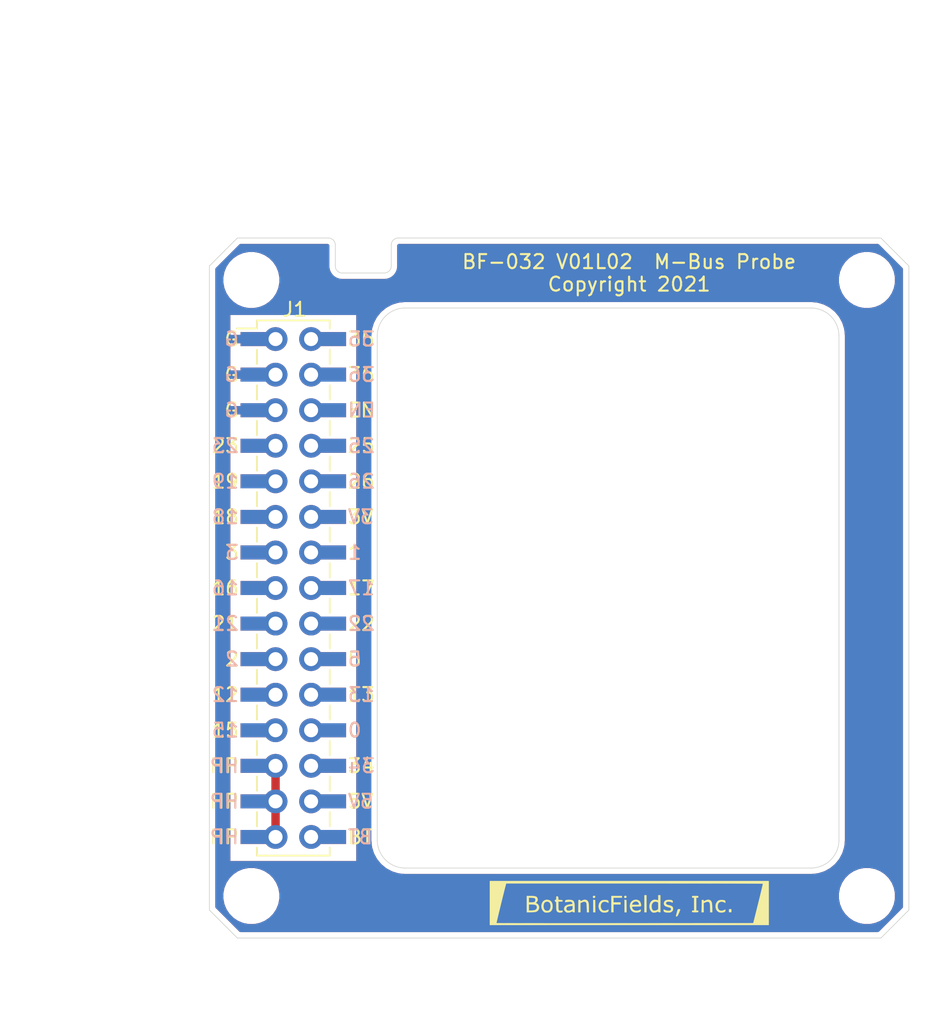
<source format=kicad_pcb>
(kicad_pcb (version 20171130) (host pcbnew "(5.1.10)-1")

  (general
    (thickness 1.6)
    (drawings 32)
    (tracks 17)
    (zones 0)
    (modules 6)
    (nets 27)
  )

  (page A4)
  (title_block
    (title BF-032)
    (date 2021-06-30)
    (rev V01L02)
    (company "Copyright 2021 BotanicFields, Inc.")
    (comment 1 "M--BUS Probe")
  )

  (layers
    (0 F.Cu signal)
    (31 B.Cu signal)
    (32 B.Adhes user)
    (33 F.Adhes user)
    (34 B.Paste user)
    (35 F.Paste user)
    (36 B.SilkS user)
    (37 F.SilkS user)
    (38 B.Mask user)
    (39 F.Mask user)
    (40 Dwgs.User user)
    (41 Cmts.User user)
    (42 Eco1.User user)
    (43 Eco2.User user)
    (44 Edge.Cuts user)
    (45 Margin user)
    (46 B.CrtYd user)
    (47 F.CrtYd user)
    (48 B.Fab user)
    (49 F.Fab user)
  )

  (setup
    (last_trace_width 0.25)
    (trace_clearance 0.2)
    (zone_clearance 0.4)
    (zone_45_only no)
    (trace_min 0.2)
    (via_size 0.8)
    (via_drill 0.4)
    (via_min_size 0.4)
    (via_min_drill 0.3)
    (uvia_size 0.3)
    (uvia_drill 0.1)
    (uvias_allowed no)
    (uvia_min_size 0.2)
    (uvia_min_drill 0.1)
    (edge_width 0.05)
    (segment_width 0.2)
    (pcb_text_width 0.3)
    (pcb_text_size 1.5 1.5)
    (mod_edge_width 0.12)
    (mod_text_size 1 1)
    (mod_text_width 0.15)
    (pad_size 1.2 1.2)
    (pad_drill 1.2)
    (pad_to_mask_clearance 0)
    (aux_axis_origin 100 100)
    (grid_origin 100 100)
    (visible_elements 7FFFFFFF)
    (pcbplotparams
      (layerselection 0x010fc_ffffffff)
      (usegerberextensions true)
      (usegerberattributes false)
      (usegerberadvancedattributes false)
      (creategerberjobfile false)
      (excludeedgelayer true)
      (linewidth 0.100000)
      (plotframeref false)
      (viasonmask false)
      (mode 1)
      (useauxorigin false)
      (hpglpennumber 1)
      (hpglpenspeed 20)
      (hpglpendiameter 15.000000)
      (psnegative false)
      (psa4output false)
      (plotreference true)
      (plotvalue false)
      (plotinvisibletext false)
      (padsonsilk false)
      (subtractmaskfromsilk false)
      (outputformat 1)
      (mirror false)
      (drillshape 0)
      (scaleselection 1)
      (outputdirectory "gerber/"))
  )

  (net 0 "")
  (net 1 +BATT)
  (net 2 VBUS)
  (net 3 +5V)
  (net 4 /GPIO34)
  (net 5 /GPIO0)
  (net 6 /GPIO15)
  (net 7 /GPIO13)
  (net 8 /GPIO12)
  (net 9 /GPIO5)
  (net 10 /GPIO2)
  (net 11 /GPIO22)
  (net 12 /GPIO21)
  (net 13 /GPIO17)
  (net 14 /GPIO16)
  (net 15 /GPIO1)
  (net 16 /GPIO3)
  (net 17 +3V3)
  (net 18 /GPIO18)
  (net 19 /GPIO26)
  (net 20 /GPIO19)
  (net 21 /GPIO25)
  (net 22 /GPIO23)
  (net 23 /EN)
  (net 24 GND)
  (net 25 /GPIO36)
  (net 26 /GPIO35)

  (net_class Default "This is the default net class."
    (clearance 0.2)
    (trace_width 0.25)
    (via_dia 0.8)
    (via_drill 0.4)
    (uvia_dia 0.3)
    (uvia_drill 0.1)
    (add_net /EN)
    (add_net /GPIO0)
    (add_net /GPIO1)
    (add_net /GPIO12)
    (add_net /GPIO13)
    (add_net /GPIO15)
    (add_net /GPIO16)
    (add_net /GPIO17)
    (add_net /GPIO18)
    (add_net /GPIO19)
    (add_net /GPIO2)
    (add_net /GPIO21)
    (add_net /GPIO22)
    (add_net /GPIO23)
    (add_net /GPIO25)
    (add_net /GPIO26)
    (add_net /GPIO3)
    (add_net /GPIO34)
    (add_net /GPIO35)
    (add_net /GPIO36)
    (add_net /GPIO5)
  )

  (net_class Power ""
    (clearance 0.2)
    (trace_width 0.6)
    (via_dia 0.8)
    (via_drill 0.4)
    (uvia_dia 0.3)
    (uvia_drill 0.1)
    (add_net +3V3)
    (add_net +5V)
    (add_net +BATT)
    (add_net GND)
    (add_net VBUS)
  )

  (net_class Power2 ""
    (clearance 0.2)
    (trace_width 1)
    (via_dia 0.8)
    (via_drill 0.4)
    (uvia_dia 0.3)
    (uvia_drill 0.1)
  )

  (module bf:BF@MountingHole_3.2mm_M3 (layer F.Cu) (tedit 5F531B03) (tstamp 60C3E445)
    (at 147 97)
    (descr "Mounting Hole 3.2mm, no annular, M3")
    (tags "mounting hole 3.2mm no annular m3")
    (path /5F54FB16)
    (attr virtual)
    (fp_text reference H3 (at 0 -4.2) (layer F.SilkS) hide
      (effects (font (size 1 1) (thickness 0.15)))
    )
    (fp_text value MountingHole (at 0 4.2) (layer F.Fab) hide
      (effects (font (size 1 1) (thickness 0.15)))
    )
    (fp_circle (center 0 0) (end 2 0) (layer F.CrtYd) (width 0.05))
    (fp_text user %R (at 0.3 0) (layer F.Fab)
      (effects (font (size 1 1) (thickness 0.15)))
    )
    (pad "" np_thru_hole circle (at 0 0) (size 3.2 3.2) (drill 3.2) (layers *.Cu *.Mask))
  )

  (module bf:BF@logo3 (layer F.Cu) (tedit 0) (tstamp 60C44E0B)
    (at 130 97.5)
    (fp_text reference G*** (at 0 0) (layer F.SilkS) hide
      (effects (font (size 1.524 1.524) (thickness 0.3)))
    )
    (fp_text value LOGO (at 0.75 -0.071) (layer F.SilkS) hide
      (effects (font (size 1.524 1.524) (thickness 0.3)))
    )
    (fp_poly (pts (xy -0.212618 -0.514367) (xy -0.192815 -0.48457) (xy -0.1905 -0.4445) (xy -0.198242 -0.388803)
      (xy -0.231156 -0.365284) (xy -0.260495 -0.360249) (xy -0.322637 -0.367033) (xy -0.345193 -0.390516)
      (xy -0.355279 -0.46213) (xy -0.324183 -0.507315) (xy -0.266353 -0.5207) (xy -0.212618 -0.514367)) (layer F.SilkS) (width 0.01))
    (fp_poly (pts (xy -2.447818 -0.514367) (xy -2.428015 -0.48457) (xy -2.4257 -0.4445) (xy -2.433442 -0.388803)
      (xy -2.466356 -0.365284) (xy -2.495695 -0.360249) (xy -2.557837 -0.367033) (xy -2.580393 -0.390516)
      (xy -2.590479 -0.46213) (xy -2.559383 -0.507315) (xy -2.501553 -0.5207) (xy -2.447818 -0.514367)) (layer F.SilkS) (width 0.01))
    (fp_poly (pts (xy 7.280924 0.43424) (xy 7.30679 0.450776) (xy 7.314651 0.495236) (xy 7.3152 0.5461)
      (xy 7.313302 0.61633) (xy 7.30044 0.649587) (xy 7.26586 0.659694) (xy 7.2263 0.6604)
      (xy 7.171675 0.657959) (xy 7.145809 0.641423) (xy 7.137948 0.596963) (xy 7.1374 0.5461)
      (xy 7.139297 0.475869) (xy 7.152159 0.442612) (xy 7.186739 0.432505) (xy 7.2263 0.4318)
      (xy 7.280924 0.43424)) (layer F.SilkS) (width 0.01))
    (fp_poly (pts (xy 5.778067 -0.21164) (xy 5.832612 -0.173334) (xy 5.875927 -0.117765) (xy 5.906954 -0.045588)
      (xy 5.927353 0.051448) (xy 5.938786 0.18159) (xy 5.942914 0.353089) (xy 5.942994 0.37465)
      (xy 5.9436 0.6604) (xy 5.795237 0.6604) (xy 5.786868 0.332784) (xy 5.782321 0.193365)
      (xy 5.776083 0.095326) (xy 5.766752 0.029245) (xy 5.752924 -0.014297) (xy 5.733196 -0.04472)
      (xy 5.730113 -0.048216) (xy 5.664163 -0.091925) (xy 5.578262 -0.095689) (xy 5.467164 -0.059514)
      (xy 5.443619 -0.048535) (xy 5.334 0.004531) (xy 5.334 0.6604) (xy 5.1804 0.6604)
      (xy 5.1943 -0.2159) (xy 5.26415 -0.223938) (xy 5.315552 -0.222354) (xy 5.333184 -0.19482)
      (xy 5.334 -0.179488) (xy 5.336104 -0.142645) (xy 5.349699 -0.131149) (xy 5.385711 -0.145239)
      (xy 5.44977 -0.182034) (xy 5.563005 -0.227755) (xy 5.677098 -0.237518) (xy 5.778067 -0.21164)) (layer F.SilkS) (width 0.01))
    (fp_poly (pts (xy 4.832615 -0.507495) (xy 4.899805 -0.504168) (xy 4.935748 -0.495304) (xy 4.950217 -0.478187)
      (xy 4.952988 -0.450102) (xy 4.953 -0.4445) (xy 4.944798 -0.399119) (xy 4.909936 -0.382517)
      (xy 4.8768 -0.381) (xy 4.8006 -0.381) (xy 4.8006 0.5334) (xy 4.8768 0.5334)
      (xy 4.931258 0.540234) (xy 4.95118 0.569286) (xy 4.953 0.5969) (xy 4.951179 0.626959)
      (xy 4.939201 0.645623) (xy 4.90729 0.655607) (xy 4.845671 0.659627) (xy 4.744567 0.660396)
      (xy 4.7244 0.6604) (xy 4.616184 0.659894) (xy 4.548994 0.656567) (xy 4.513051 0.647703)
      (xy 4.498582 0.630586) (xy 4.495811 0.602501) (xy 4.4958 0.5969) (xy 4.504001 0.551518)
      (xy 4.538863 0.534916) (xy 4.572 0.5334) (xy 4.6482 0.5334) (xy 4.6482 -0.381)
      (xy 4.572 -0.381) (xy 4.517541 -0.387835) (xy 4.497619 -0.416887) (xy 4.4958 -0.4445)
      (xy 4.49762 -0.47456) (xy 4.509598 -0.493224) (xy 4.541509 -0.503208) (xy 4.603128 -0.507228)
      (xy 4.704232 -0.507997) (xy 4.7244 -0.508) (xy 4.832615 -0.507495)) (layer F.SilkS) (width 0.01))
    (fp_poly (pts (xy 1.2446 0.6604) (xy 1.0922 0.6604) (xy 1.0922 -0.5588) (xy 1.2446 -0.5588)
      (xy 1.2446 0.6604)) (layer F.SilkS) (width 0.01))
    (fp_poly (pts (xy -0.26035 -0.223938) (xy -0.1905 -0.2159) (xy -0.183551 0.22225) (xy -0.176601 0.6604)
      (xy -0.3302 0.6604) (xy -0.3302 -0.231975) (xy -0.26035 -0.223938)) (layer F.SilkS) (width 0.01))
    (fp_poly (pts (xy -0.508 -0.381) (xy -1.1176 -0.381) (xy -1.1176 -0.0508) (xy -0.6096 -0.0508)
      (xy -0.6096 0.1016) (xy -1.1176 0.1016) (xy -1.1176 0.6604) (xy -1.27 0.6604)
      (xy -1.27 -0.508) (xy -0.508 -0.508) (xy -0.508 -0.381)) (layer F.SilkS) (width 0.01))
    (fp_poly (pts (xy -2.49555 -0.223938) (xy -2.4257 -0.2159) (xy -2.418751 0.22225) (xy -2.411801 0.6604)
      (xy -2.5654 0.6604) (xy -2.5654 -0.231975) (xy -2.49555 -0.223938)) (layer F.SilkS) (width 0.01))
    (fp_poly (pts (xy -3.035733 -0.21164) (xy -2.981188 -0.173334) (xy -2.937873 -0.117765) (xy -2.906846 -0.045588)
      (xy -2.886447 0.051448) (xy -2.875014 0.18159) (xy -2.870886 0.353089) (xy -2.870806 0.37465)
      (xy -2.8702 0.6604) (xy -3.018563 0.6604) (xy -3.026932 0.332784) (xy -3.031479 0.193365)
      (xy -3.037717 0.095326) (xy -3.047048 0.029245) (xy -3.060876 -0.014297) (xy -3.080604 -0.04472)
      (xy -3.083687 -0.048216) (xy -3.149637 -0.091925) (xy -3.235538 -0.095689) (xy -3.346636 -0.059514)
      (xy -3.370181 -0.048535) (xy -3.4798 0.004531) (xy -3.4798 0.6604) (xy -3.6334 0.6604)
      (xy -3.6195 -0.2159) (xy -3.54965 -0.223938) (xy -3.498248 -0.222354) (xy -3.480616 -0.19482)
      (xy -3.4798 -0.179488) (xy -3.477696 -0.142645) (xy -3.464101 -0.131149) (xy -3.428089 -0.145239)
      (xy -3.36403 -0.182034) (xy -3.250795 -0.227755) (xy -3.136702 -0.237518) (xy -3.035733 -0.21164)) (layer F.SilkS) (width 0.01))
    (fp_poly (pts (xy -6.864833 -0.503386) (xy -6.739534 -0.488165) (xy -6.650474 -0.460276) (xy -6.590734 -0.417655)
      (xy -6.55672 -0.365881) (xy -6.527905 -0.252689) (xy -6.547744 -0.149968) (xy -6.599492 -0.076801)
      (xy -6.671184 -0.00511) (xy -6.58794 0.034587) (xy -6.503824 0.100453) (xy -6.450173 0.194906)
      (xy -6.429276 0.304262) (xy -6.443421 0.414836) (xy -6.494898 0.512946) (xy -6.505809 0.525555)
      (xy -6.566067 0.580432) (xy -6.635463 0.618738) (xy -6.724007 0.643084) (xy -6.841706 0.656083)
      (xy -6.998569 0.66035) (xy -7.022285 0.6604) (xy -7.3152 0.6604) (xy -7.3152 0.1016)
      (xy -7.1628 0.1016) (xy -7.1628 0.5334) (xy -6.984185 0.5334) (xy -6.878162 0.528002)
      (xy -6.779923 0.513901) (xy -6.717323 0.496528) (xy -6.634402 0.438373) (xy -6.593525 0.353133)
      (xy -6.595329 0.252907) (xy -6.62374 0.186147) (xy -6.681696 0.140423) (xy -6.77515 0.113255)
      (xy -6.91005 0.102163) (xy -6.958339 0.1016) (xy -7.1628 0.1016) (xy -7.3152 0.1016)
      (xy -7.3152 -0.0508) (xy -7.1628 -0.0508) (xy -6.977155 -0.0508) (xy -6.864756 -0.055704)
      (xy -6.781736 -0.069259) (xy -6.746182 -0.083945) (xy -6.714252 -0.133036) (xy -6.698809 -0.206859)
      (xy -6.701837 -0.281907) (xy -6.725032 -0.334392) (xy -6.76304 -0.349662) (xy -6.83742 -0.363736)
      (xy -6.933761 -0.374065) (xy -6.958667 -0.37571) (xy -7.1628 -0.387528) (xy -7.1628 -0.0508)
      (xy -7.3152 -0.0508) (xy -7.3152 -0.508) (xy -7.033289 -0.508001) (xy -6.864833 -0.503386)) (layer F.SilkS) (width 0.01))
    (fp_poly (pts (xy 6.777038 -0.208556) (xy 6.791653 -0.20414) (xy 6.852769 -0.178178) (xy 6.878492 -0.143419)
      (xy 6.8834 -0.089669) (xy 6.8834 -0.005477) (xy 6.789129 -0.053539) (xy 6.660965 -0.096757)
      (xy 6.545698 -0.094332) (xy 6.449357 -0.050952) (xy 6.377975 0.028691) (xy 6.337584 0.139908)
      (xy 6.334215 0.278008) (xy 6.336877 0.298134) (xy 6.374657 0.421885) (xy 6.442575 0.506022)
      (xy 6.536808 0.54871) (xy 6.653531 0.548111) (xy 6.77545 0.508684) (xy 6.8834 0.459683)
      (xy 6.8834 0.535937) (xy 6.874428 0.592008) (xy 6.838219 0.628301) (xy 6.795315 0.648996)
      (xy 6.676775 0.678686) (xy 6.545701 0.681061) (xy 6.427865 0.656042) (xy 6.4135 0.650176)
      (xy 6.307591 0.577417) (xy 6.230491 0.471622) (xy 6.185246 0.343542) (xy 6.174903 0.203923)
      (xy 6.202508 0.063514) (xy 6.22935 0.000518) (xy 6.278422 -0.077952) (xy 6.334671 -0.143816)
      (xy 6.355296 -0.161436) (xy 6.437792 -0.198918) (xy 6.549014 -0.220579) (xy 6.668812 -0.224449)
      (xy 6.777038 -0.208556)) (layer F.SilkS) (width 0.01))
    (fp_poly (pts (xy 2.941926 -0.225693) (xy 3.0353 -0.208574) (xy 3.092045 -0.181739) (xy 3.115894 -0.132134)
      (xy 3.119459 -0.106276) (xy 3.120126 -0.048316) (xy 3.100828 -0.029785) (xy 3.052918 -0.046864)
      (xy 3.0226 -0.0635) (xy 2.959765 -0.085044) (xy 2.872347 -0.09853) (xy 2.82719 -0.1007)
      (xy 2.742483 -0.096974) (xy 2.691264 -0.080725) (xy 2.656719 -0.046543) (xy 2.656076 -0.045629)
      (xy 2.630894 0.003152) (xy 2.640892 0.045379) (xy 2.651333 0.062245) (xy 2.70122 0.106999)
      (xy 2.758947 0.132845) (xy 2.833127 0.15159) (xy 2.92075 0.173457) (xy 2.934791 0.176934)
      (xy 3.047897 0.220111) (xy 3.117443 0.285332) (xy 3.147587 0.37722) (xy 3.1496 0.415661)
      (xy 3.133525 0.513068) (xy 3.080702 0.589554) (xy 2.984236 0.654933) (xy 2.979819 0.657225)
      (xy 2.909366 0.676355) (xy 2.809112 0.683354) (xy 2.698534 0.678437) (xy 2.597108 0.661821)
      (xy 2.5654 0.652616) (xy 2.503252 0.623396) (xy 2.47552 0.581026) (xy 2.46854 0.53975)
      (xy 2.466222 0.483689) (xy 2.471218 0.457464) (xy 2.472116 0.4572) (xy 2.500031 0.466798)
      (xy 2.557929 0.491187) (xy 2.594376 0.507442) (xy 2.70299 0.543167) (xy 2.812801 0.556819)
      (xy 2.90705 0.547548) (xy 2.956424 0.525797) (xy 2.991503 0.469865) (xy 2.993029 0.417847)
      (xy 2.98491 0.377967) (xy 2.964183 0.350975) (xy 2.919659 0.32971) (xy 2.84015 0.30701)
      (xy 2.8067 0.298574) (xy 2.708103 0.269728) (xy 2.621617 0.236994) (xy 2.566767 0.207954)
      (xy 2.504439 0.133642) (xy 2.481302 0.042554) (xy 2.495683 -0.051901) (xy 2.545912 -0.136315)
      (xy 2.616446 -0.190628) (xy 2.704355 -0.217948) (xy 2.819879 -0.229937) (xy 2.941926 -0.225693)) (layer F.SilkS) (width 0.01))
    (fp_poly (pts (xy 2.2352 0.6604) (xy 2.159 0.6604) (xy 2.100161 0.649779) (xy 2.0828 0.625038)
      (xy 2.073435 0.606974) (xy 2.038795 0.614123) (xy 1.988529 0.637738) (xy 1.899387 0.669213)
      (xy 1.800315 0.685271) (xy 1.782789 0.6858) (xy 1.701559 0.678296) (xy 1.639488 0.648257)
      (xy 1.587578 0.602058) (xy 1.508379 0.492338) (xy 1.463836 0.364129) (xy 1.456189 0.275592)
      (xy 1.61159 0.275592) (xy 1.631212 0.390355) (xy 1.669596 0.483027) (xy 1.681554 0.500125)
      (xy 1.739853 0.535765) (xy 1.827443 0.543605) (xy 1.931327 0.524001) (xy 2.01295 0.491083)
      (xy 2.044668 0.473313) (xy 2.064952 0.451527) (xy 2.076357 0.415144) (xy 2.08144 0.353584)
      (xy 2.082756 0.256269) (xy 2.0828 0.201919) (xy 2.082276 0.086347) (xy 2.079116 0.011373)
      (xy 2.070934 -0.033208) (xy 2.055345 -0.057598) (xy 2.029966 -0.072) (xy 2.017646 -0.076829)
      (xy 1.891072 -0.103097) (xy 1.781066 -0.083177) (xy 1.69354 -0.020551) (xy 1.634411 0.081298)
      (xy 1.614951 0.16027) (xy 1.61159 0.275592) (xy 1.456189 0.275592) (xy 1.452022 0.227351)
      (xy 1.47101 0.091923) (xy 1.518877 -0.032233) (xy 1.593694 -0.135199) (xy 1.693538 -0.207053)
      (xy 1.74857 -0.227257) (xy 1.843591 -0.237748) (xy 1.948932 -0.228036) (xy 2.038149 -0.20114)
      (xy 2.054404 -0.192352) (xy 2.070055 -0.200643) (xy 2.079302 -0.251539) (xy 2.082746 -0.34874)
      (xy 2.0828 -0.366801) (xy 2.0828 -0.5588) (xy 2.2352 -0.5588) (xy 2.2352 0.6604)) (layer F.SilkS) (width 0.01))
    (fp_poly (pts (xy 0.589246 -0.227947) (xy 0.702644 -0.179672) (xy 0.750454 -0.140855) (xy 0.800317 -0.067077)
      (xy 0.839376 0.032702) (xy 0.859441 0.13375) (xy 0.858758 0.186117) (xy 0.853017 0.208878)
      (xy 0.837828 0.224602) (xy 0.804789 0.234867) (xy 0.745501 0.24125) (xy 0.651561 0.245329)
      (xy 0.52705 0.248408) (xy 0.405486 0.25261) (xy 0.304734 0.259012) (xy 0.234316 0.266793)
      (xy 0.203757 0.27513) (xy 0.2032 0.276368) (xy 0.210905 0.312954) (xy 0.229543 0.372775)
      (xy 0.2305 0.375533) (xy 0.285856 0.462961) (xy 0.374899 0.522338) (xy 0.487179 0.550769)
      (xy 0.612248 0.545357) (xy 0.721546 0.511657) (xy 0.841308 0.458681) (xy 0.833404 0.538386)
      (xy 0.818004 0.597361) (xy 0.776495 0.633355) (xy 0.7366 0.650013) (xy 0.586637 0.681466)
      (xy 0.430731 0.67579) (xy 0.289311 0.633936) (xy 0.278431 0.62865) (xy 0.1748 0.550115)
      (xy 0.10236 0.441755) (xy 0.06199 0.314508) (xy 0.054569 0.179315) (xy 0.068824 0.10795)
      (xy 0.203294 0.10795) (xy 0.226857 0.115946) (xy 0.290467 0.122289) (xy 0.383378 0.126174)
      (xy 0.4572 0.127) (xy 0.573129 0.126191) (xy 0.647381 0.122632) (xy 0.689068 0.114624)
      (xy 0.707301 0.100467) (xy 0.7112 0.079625) (xy 0.689952 0.011508) (xy 0.637252 -0.054632)
      (xy 0.569661 -0.10023) (xy 0.543515 -0.108311) (xy 0.43228 -0.107971) (xy 0.331111 -0.069005)
      (xy 0.256526 0.001985) (xy 0.252773 0.007908) (xy 0.220424 0.065601) (xy 0.203858 0.104213)
      (xy 0.203294 0.10795) (xy 0.068824 0.10795) (xy 0.080977 0.047115) (xy 0.142092 -0.071153)
      (xy 0.216024 -0.147961) (xy 0.332504 -0.21227) (xy 0.461389 -0.238872) (xy 0.589246 -0.227947)) (layer F.SilkS) (width 0.01))
    (fp_poly (pts (xy -1.579562 -0.208556) (xy -1.564947 -0.20414) (xy -1.503831 -0.178178) (xy -1.478108 -0.143419)
      (xy -1.4732 -0.089669) (xy -1.4732 -0.005477) (xy -1.567471 -0.053539) (xy -1.695635 -0.096757)
      (xy -1.810902 -0.094332) (xy -1.907243 -0.050952) (xy -1.978625 0.028691) (xy -2.019016 0.139908)
      (xy -2.022385 0.278008) (xy -2.019723 0.298134) (xy -1.981943 0.421885) (xy -1.914025 0.506022)
      (xy -1.819792 0.54871) (xy -1.703069 0.548111) (xy -1.58115 0.508684) (xy -1.4732 0.459683)
      (xy -1.4732 0.535937) (xy -1.482172 0.592008) (xy -1.518381 0.628301) (xy -1.561285 0.648996)
      (xy -1.679825 0.678686) (xy -1.810899 0.681061) (xy -1.928735 0.656042) (xy -1.9431 0.650176)
      (xy -2.049009 0.577417) (xy -2.126109 0.471622) (xy -2.171354 0.343542) (xy -2.181697 0.203923)
      (xy -2.154092 0.063514) (xy -2.12725 0.000518) (xy -2.078178 -0.077952) (xy -2.021929 -0.143816)
      (xy -2.001304 -0.161436) (xy -1.918808 -0.198918) (xy -1.807586 -0.220579) (xy -1.687788 -0.224449)
      (xy -1.579562 -0.208556)) (layer F.SilkS) (width 0.01))
    (fp_poly (pts (xy -4.149448 -0.224824) (xy -4.051941 -0.200241) (xy -3.980978 -0.152434) (xy -3.932748 -0.07581)
      (xy -3.90344 0.035223) (xy -3.889242 0.186259) (xy -3.8862 0.342084) (xy -3.8862 0.6604)
      (xy -3.9624 0.6604) (xy -4.022534 0.649289) (xy -4.0386 0.621783) (xy -4.045555 0.601293)
      (xy -4.073642 0.604141) (xy -4.133702 0.631693) (xy -4.139189 0.634483) (xy -4.242828 0.67083)
      (xy -4.354383 0.685783) (xy -4.357629 0.6858) (xy -4.439745 0.679515) (xy -4.500213 0.653315)
      (xy -4.56184 0.59944) (xy -4.6193 0.531538) (xy -4.644271 0.466853) (xy -4.6482 0.412365)
      (xy -4.642226 0.380563) (xy -4.485383 0.380563) (xy -4.481548 0.453301) (xy -4.445709 0.512281)
      (xy -4.412491 0.532889) (xy -4.329859 0.554083) (xy -4.245466 0.54565) (xy -4.14655 0.508684)
      (xy -4.082985 0.477291) (xy -4.051078 0.446464) (xy -4.03992 0.398164) (xy -4.0386 0.33018)
      (xy -4.0386 0.200677) (xy -4.19735 0.217979) (xy -4.288566 0.230676) (xy -4.363704 0.246015)
      (xy -4.399968 0.257923) (xy -4.457947 0.310094) (xy -4.485383 0.380563) (xy -4.642226 0.380563)
      (xy -4.627768 0.303615) (xy -4.565484 0.217241) (xy -4.459866 0.152209) (xy -4.309433 0.107484)
      (xy -4.18465 0.088562) (xy -4.090575 0.072047) (xy -4.044583 0.046133) (xy -4.044279 0.00714)
      (xy -4.08727 -0.048613) (xy -4.092182 -0.053582) (xy -4.129593 -0.083437) (xy -4.174909 -0.09725)
      (xy -4.244567 -0.098205) (xy -4.301732 -0.094196) (xy -4.395342 -0.084261) (xy -4.475673 -0.072016)
      (xy -4.51485 -0.063052) (xy -4.554932 -0.056485) (xy -4.570065 -0.080508) (xy -4.572 -0.121284)
      (xy -4.563908 -0.169641) (xy -4.534466 -0.20195) (xy -4.475928 -0.221118) (xy -4.380548 -0.230048)
      (xy -4.277312 -0.231775) (xy -4.149448 -0.224824)) (layer F.SilkS) (width 0.01))
    (fp_poly (pts (xy -5.13715 -0.477938) (xy -5.094243 -0.46814) (xy -5.072175 -0.442109) (xy -5.062204 -0.385478)
      (xy -5.059609 -0.350478) (xy -5.051917 -0.231056) (xy -4.907209 -0.223478) (xy -4.824124 -0.216832)
      (xy -4.779101 -0.204438) (xy -4.759405 -0.1809) (xy -4.754384 -0.15875) (xy -4.753503 -0.127226)
      (xy -4.769704 -0.110101) (xy -4.814136 -0.103013) (xy -4.897948 -0.101601) (xy -4.900434 -0.1016)
      (xy -5.0546 -0.1016) (xy -5.0546 0.188685) (xy -5.05243 0.336331) (xy -5.043499 0.439956)
      (xy -5.024176 0.506244) (xy -4.990829 0.541878) (xy -4.939827 0.553542) (xy -4.867539 0.547918)
      (xy -4.860015 0.546815) (xy -4.791692 0.538672) (xy -4.759672 0.545312) (xy -4.750284 0.572388)
      (xy -4.7498 0.592381) (xy -4.76786 0.64838) (xy -4.80695 0.66979) (xy -4.930706 0.683787)
      (xy -5.047465 0.66308) (xy -5.085712 0.646206) (xy -5.134244 0.614236) (xy -5.167993 0.573839)
      (xy -5.189543 0.515841) (xy -5.201474 0.431067) (xy -5.206368 0.310343) (xy -5.207 0.215191)
      (xy -5.207614 0.088145) (xy -5.21043 0.00296) (xy -5.216918 -0.049298) (xy -5.228542 -0.07756)
      (xy -5.24677 -0.09076) (xy -5.2578 -0.094241) (xy -5.300475 -0.128219) (xy -5.3086 -0.168063)
      (xy -5.295446 -0.21633) (xy -5.2578 -0.2286) (xy -5.227487 -0.235196) (xy -5.212273 -0.263263)
      (xy -5.207255 -0.325226) (xy -5.207 -0.357288) (xy -5.205456 -0.432889) (xy -5.196124 -0.469867)
      (xy -5.171959 -0.480392) (xy -5.13715 -0.477938)) (layer F.SilkS) (width 0.01))
    (fp_poly (pts (xy -5.728923 -0.216789) (xy -5.614474 -0.155769) (xy -5.529823 -0.056708) (xy -5.477977 0.076969)
      (xy -5.461836 0.2286) (xy -5.479758 0.390495) (xy -5.532511 0.519753) (xy -5.618577 0.613281)
      (xy -5.664583 0.64131) (xy -5.758846 0.671197) (xy -5.872165 0.683245) (xy -5.979682 0.676092)
      (xy -6.0325 0.661429) (xy -6.126709 0.59661) (xy -6.201886 0.495161) (xy -6.251889 0.369588)
      (xy -6.264076 0.280125) (xy -6.113785 0.280125) (xy -6.088286 0.396229) (xy -6.036144 0.488815)
      (xy -6.031749 0.49371) (xy -5.954105 0.543583) (xy -5.85613 0.560511) (xy -5.758333 0.541767)
      (xy -5.738994 0.532647) (xy -5.678217 0.473822) (xy -5.636586 0.381699) (xy -5.615355 0.270523)
      (xy -5.615777 0.154541) (xy -5.639107 0.047998) (xy -5.686597 -0.034859) (xy -5.68883 -0.03728)
      (xy -5.768904 -0.088729) (xy -5.866938 -0.104963) (xy -5.964018 -0.085711) (xy -6.030734 -0.042176)
      (xy -6.084977 0.04421) (xy -6.112671 0.157215) (xy -6.113785 0.280125) (xy -6.264076 0.280125)
      (xy -6.270578 0.232397) (xy -6.268326 0.181188) (xy -6.233925 0.022696) (xy -6.166237 -0.100406)
      (xy -6.067726 -0.185535) (xy -5.940855 -0.230107) (xy -5.870163 -0.236345) (xy -5.728923 -0.216789)) (layer F.SilkS) (width 0.01))
    (fp_poly (pts (xy 3.632776 0.440093) (xy 3.656673 0.46257) (xy 3.656674 0.46355) (xy 3.646702 0.499393)
      (xy 3.620647 0.569848) (xy 3.583025 0.663088) (xy 3.557272 0.7239) (xy 3.505083 0.838427)
      (xy 3.464067 0.911531) (xy 3.429795 0.950133) (xy 3.405798 0.960616) (xy 3.362698 0.954131)
      (xy 3.352941 0.935216) (xy 3.357138 0.900155) (xy 3.370625 0.838338) (xy 3.395054 0.74305)
      (xy 3.432076 0.607578) (xy 3.44391 0.56515) (xy 3.467424 0.488398) (xy 3.490021 0.448719)
      (xy 3.523177 0.433922) (xy 3.569409 0.4318) (xy 3.632776 0.440093)) (layer F.SilkS) (width 0.01))
    (fp_poly (pts (xy 9.9822 1.5748) (xy -9.9568 1.5748) (xy -9.9568 1.434213) (xy -9.479321 1.434213)
      (xy -9.453199 1.435207) (xy -9.37807 1.436148) (xy -9.255728 1.437034) (xy -9.087966 1.437863)
      (xy -8.876577 1.438635) (xy -8.623354 1.439347) (xy -8.330091 1.439998) (xy -7.998582 1.440588)
      (xy -7.630618 1.441114) (xy -7.227994 1.441574) (xy -6.792503 1.441969) (xy -6.325938 1.442295)
      (xy -5.830092 1.442553) (xy -5.306759 1.442739) (xy -4.757732 1.442854) (xy -4.184804 1.442895)
      (xy -3.589769 1.442861) (xy -2.97442 1.442751) (xy -2.34055 1.442563) (xy -1.689952 1.442296)
      (xy -1.02442 1.441949) (xy -0.345746 1.441519) (xy -0.295768 1.441484) (xy 8.874128 1.4351)
      (xy 9.223167 0.039116) (xy 9.287335 -0.218725) (xy 9.347259 -0.461834) (xy 9.401877 -0.685747)
      (xy 9.450127 -0.886001) (xy 9.49095 -1.058134) (xy 9.523283 -1.197682) (xy 9.546066 -1.300182)
      (xy 9.558237 -1.361172) (xy 9.559803 -1.376934) (xy 9.533775 -1.378421) (xy 9.45874 -1.37988)
      (xy 9.336491 -1.381306) (xy 9.168822 -1.382695) (xy 8.957527 -1.384045) (xy 8.704397 -1.385349)
      (xy 8.411227 -1.386606) (xy 8.07981 -1.38781) (xy 7.711938 -1.388959) (xy 7.309406 -1.390047)
      (xy 6.874007 -1.391072) (xy 6.407533 -1.392028) (xy 5.911778 -1.392913) (xy 5.388535 -1.393722)
      (xy 4.839598 -1.394452) (xy 4.26676 -1.395098) (xy 3.671813 -1.395656) (xy 3.056552 -1.396123)
      (xy 2.422769 -1.396495) (xy 1.772258 -1.396768) (xy 1.106812 -1.396938) (xy 0.428224 -1.397)
      (xy -8.786442 -1.397) (xy -8.811613 -1.30175) (xy -8.84711 -1.165593) (xy -8.889431 -1.00023)
      (xy -8.937291 -0.810924) (xy -8.989405 -0.602939) (xy -9.044489 -0.381537) (xy -9.101259 -0.151981)
      (xy -9.158431 0.080466) (xy -9.214719 0.31054) (xy -9.26884 0.53298) (xy -9.319509 0.742522)
      (xy -9.365441 0.933903) (xy -9.405353 1.10186) (xy -9.43796 1.241131) (xy -9.461977 1.346452)
      (xy -9.47612 1.412561) (xy -9.479321 1.434213) (xy -9.9568 1.434213) (xy -9.9568 -1.5748)
      (xy 9.9822 -1.5748) (xy 9.9822 1.5748)) (layer F.SilkS) (width 0.01))
  )

  (module bf:BF@MountingHole_3.2mm_M3 (layer F.Cu) (tedit 5F531B03) (tstamp 60C3E44B)
    (at 103 97)
    (descr "Mounting Hole 3.2mm, no annular, M3")
    (tags "mounting hole 3.2mm no annular m3")
    (path /5F54FB20)
    (attr virtual)
    (fp_text reference H4 (at 0 -4.2) (layer F.SilkS) hide
      (effects (font (size 1 1) (thickness 0.15)))
    )
    (fp_text value MountingHole (at 0 4.2) (layer F.Fab) hide
      (effects (font (size 1 1) (thickness 0.15)))
    )
    (fp_circle (center 0 0) (end 2 0) (layer F.CrtYd) (width 0.05))
    (fp_text user %R (at 0.3 0) (layer F.Fab)
      (effects (font (size 1 1) (thickness 0.15)))
    )
    (pad "" np_thru_hole circle (at 0 0) (size 3.2 3.2) (drill 3.2) (layers *.Cu *.Mask))
  )

  (module bf:BF@MountingHole_3.2mm_M3 (layer F.Cu) (tedit 5F531B03) (tstamp 60C3E433)
    (at 147 53)
    (descr "Mounting Hole 3.2mm, no annular, M3")
    (tags "mounting hole 3.2mm no annular m3")
    (path /5F54F74E)
    (attr virtual)
    (fp_text reference H2 (at 0 -4.2) (layer F.SilkS) hide
      (effects (font (size 1 1) (thickness 0.15)))
    )
    (fp_text value MountingHole (at 0 4.2) (layer F.Fab) hide
      (effects (font (size 1 1) (thickness 0.15)))
    )
    (fp_circle (center 0 0) (end 2 0) (layer F.CrtYd) (width 0.05))
    (fp_text user %R (at 0.3 0) (layer F.Fab)
      (effects (font (size 1 1) (thickness 0.15)))
    )
    (pad "" np_thru_hole circle (at 0 0) (size 3.2 3.2) (drill 3.2) (layers *.Cu *.Mask))
  )

  (module bf:BF@MountingHole_3.2mm_M3 (layer F.Cu) (tedit 5F531B03) (tstamp 60C3E42D)
    (at 103 53)
    (descr "Mounting Hole 3.2mm, no annular, M3")
    (tags "mounting hole 3.2mm no annular m3")
    (path /5F54EC75)
    (attr virtual)
    (fp_text reference H1 (at 0 -4.2) (layer F.SilkS) hide
      (effects (font (size 1 1) (thickness 0.15)))
    )
    (fp_text value MountingHole (at 0 4.2) (layer F.Fab) hide
      (effects (font (size 1 1) (thickness 0.15)))
    )
    (fp_circle (center 0 0) (end 2 0) (layer F.CrtYd) (width 0.05))
    (fp_text user %R (at 0.3 0) (layer F.Fab)
      (effects (font (size 1 1) (thickness 0.15)))
    )
    (pad "" np_thru_hole circle (at 0 0) (size 3.2 3.2) (drill 3.2) (layers *.Cu *.Mask))
  )

  (module bf:BF@M5Stack_MBUS (layer F.Cu) (tedit 60DC2820) (tstamp 60C3E2A4)
    (at 106 75)
    (descr "surface-mounted straight pin header, 2x15, 2.54mm pitch, double rows")
    (tags "Surface mounted pin header SMD 2x15 2.54mm double row")
    (path /5CD75190)
    (attr smd)
    (fp_text reference J1 (at 0.1 -19.9) (layer F.SilkS)
      (effects (font (size 1 1) (thickness 0.15)))
    )
    (fp_text value M-BUS (at 0 20.11) (layer F.Fab)
      (effects (font (size 0.8 0.8) (thickness 0.2)))
    )
    (fp_poly (pts (xy -1.9685 17.3355) (xy -3.683 17.3355) (xy -3.683 18.2245) (xy -1.9685 18.2245)) (layer B.Paste) (width 0.1))
    (fp_poly (pts (xy 3.683 17.3355) (xy 1.9685 17.3355) (xy 1.9685 18.2245) (xy 3.683 18.2245)) (layer B.Paste) (width 0.1))
    (fp_poly (pts (xy -1.9685 14.7955) (xy -3.683 14.7955) (xy -3.683 15.6845) (xy -1.9685 15.6845)) (layer B.Paste) (width 0.1))
    (fp_poly (pts (xy 3.683 14.7955) (xy 1.9685 14.7955) (xy 1.9685 15.6845) (xy 3.683 15.6845)) (layer B.Paste) (width 0.1))
    (fp_poly (pts (xy 3.683 12.2555) (xy 1.9685 12.2555) (xy 1.9685 13.1445) (xy 3.683 13.1445)) (layer B.Paste) (width 0.1))
    (fp_poly (pts (xy -1.9685 12.2555) (xy -3.683 12.2555) (xy -3.683 13.1445) (xy -1.9685 13.1445)) (layer B.Paste) (width 0.1))
    (fp_poly (pts (xy 3.683 9.7155) (xy 1.9685 9.7155) (xy 1.9685 10.6045) (xy 3.683 10.6045)) (layer B.Paste) (width 0.1))
    (fp_poly (pts (xy -1.9685 9.7155) (xy -3.683 9.7155) (xy -3.683 10.6045) (xy -1.9685 10.6045)) (layer B.Paste) (width 0.1))
    (fp_poly (pts (xy 3.683 7.1755) (xy 1.9685 7.1755) (xy 1.9685 8.0645) (xy 3.683 8.0645)) (layer B.Paste) (width 0.1))
    (fp_poly (pts (xy -1.9685 7.1755) (xy -3.683 7.1755) (xy -3.683 8.0645) (xy -1.9685 8.0645)) (layer B.Paste) (width 0.1))
    (fp_poly (pts (xy -1.9685 4.6355) (xy -3.683 4.6355) (xy -3.683 5.5245) (xy -1.9685 5.5245)) (layer B.Paste) (width 0.1))
    (fp_poly (pts (xy 3.683 4.6355) (xy 1.9685 4.6355) (xy 1.9685 5.5245) (xy 3.683 5.5245)) (layer B.Paste) (width 0.1))
    (fp_poly (pts (xy 3.683 2.0955) (xy 1.9685 2.0955) (xy 1.9685 2.9845) (xy 3.683 2.9845)) (layer B.Paste) (width 0.1))
    (fp_poly (pts (xy -1.9685 2.0955) (xy -3.683 2.0955) (xy -3.683 2.9845) (xy -1.9685 2.9845)) (layer B.Paste) (width 0.1))
    (fp_poly (pts (xy -1.9685 -0.4445) (xy -3.683 -0.4445) (xy -3.683 0.4445) (xy -1.9685 0.4445)) (layer B.Paste) (width 0.1))
    (fp_poly (pts (xy 3.683 -0.4445) (xy 1.9685 -0.4445) (xy 1.9685 0.4445) (xy 3.683 0.4445)) (layer B.Paste) (width 0.1))
    (fp_poly (pts (xy 3.683 -2.9845) (xy 1.9685 -2.9845) (xy 1.9685 -2.0955) (xy 3.683 -2.0955)) (layer B.Paste) (width 0.1))
    (fp_poly (pts (xy -1.9685 -2.9845) (xy -3.683 -2.9845) (xy -3.683 -2.0955) (xy -1.9685 -2.0955)) (layer B.Paste) (width 0.1))
    (fp_poly (pts (xy -1.9685 -5.5245) (xy -3.683 -5.5245) (xy -3.683 -4.6355) (xy -1.9685 -4.6355)) (layer B.Paste) (width 0.1))
    (fp_poly (pts (xy 3.683 -5.5245) (xy 1.9685 -5.5245) (xy 1.9685 -4.6355) (xy 3.683 -4.6355)) (layer B.Paste) (width 0.1))
    (fp_poly (pts (xy 3.683 -8.0645) (xy 1.9685 -8.0645) (xy 1.9685 -7.1755) (xy 3.683 -7.1755)) (layer B.Paste) (width 0.1))
    (fp_poly (pts (xy -1.9685 -8.0645) (xy -3.683 -8.0645) (xy -3.683 -7.1755) (xy -1.9685 -7.1755)) (layer B.Paste) (width 0.1))
    (fp_poly (pts (xy -1.9685 -10.6045) (xy -3.683 -10.6045) (xy -3.683 -9.7155) (xy -1.9685 -9.7155)) (layer B.Paste) (width 0.1))
    (fp_poly (pts (xy 3.683 -10.6045) (xy 1.9685 -10.6045) (xy 1.9685 -9.7155) (xy 3.683 -9.7155)) (layer B.Paste) (width 0.1))
    (fp_poly (pts (xy -1.9685 -13.1445) (xy -3.683 -13.1445) (xy -3.683 -12.2555) (xy -1.9685 -12.2555)) (layer B.Paste) (width 0.1))
    (fp_poly (pts (xy 3.683 -13.1445) (xy 1.9685 -13.1445) (xy 1.9685 -12.2555) (xy 3.683 -12.2555)) (layer B.Paste) (width 0.1))
    (fp_poly (pts (xy 3.683 -15.6845) (xy 1.9685 -15.6845) (xy 1.9685 -14.7955) (xy 3.683 -14.7955)) (layer B.Paste) (width 0.1))
    (fp_poly (pts (xy -1.9685 -15.6845) (xy -3.683 -15.6845) (xy -3.683 -14.7955) (xy -1.9685 -14.7955)) (layer B.Paste) (width 0.1))
    (fp_poly (pts (xy 3.683 -18.2245) (xy 1.9685 -18.2245) (xy 1.9685 -17.3355) (xy 3.683 -17.3355)) (layer B.Paste) (width 0.1))
    (fp_poly (pts (xy -1.9685 -18.2245) (xy -3.683 -18.2245) (xy -3.683 -17.3355) (xy -1.9685 -17.3355)) (layer B.Paste) (width 0.1))
    (fp_poly (pts (xy 3.683 18.2245) (xy 1.9685 18.2245) (xy 1.9685 17.3355) (xy 3.683 17.3355)) (layer F.Paste) (width 0.1))
    (fp_poly (pts (xy -1.9685 18.2245) (xy -3.683 18.2245) (xy -3.683 17.3355) (xy -1.9685 17.3355)) (layer F.Paste) (width 0.1))
    (fp_poly (pts (xy 3.683 15.6845) (xy 1.9685 15.6845) (xy 1.9685 14.7955) (xy 3.683 14.7955)) (layer F.Paste) (width 0.1))
    (fp_poly (pts (xy -1.9685 15.6845) (xy -3.683 15.6845) (xy -3.683 14.7955) (xy -1.9685 14.7955)) (layer F.Paste) (width 0.1))
    (fp_poly (pts (xy 3.683 13.1445) (xy 1.9685 13.1445) (xy 1.9685 12.2555) (xy 3.683 12.2555)) (layer F.Paste) (width 0.1))
    (fp_poly (pts (xy -1.9685 13.1445) (xy -3.683 13.1445) (xy -3.683 12.2555) (xy -1.9685 12.2555)) (layer F.Paste) (width 0.1))
    (fp_poly (pts (xy -1.9685 10.6045) (xy -3.683 10.6045) (xy -3.683 9.7155) (xy -1.9685 9.7155)) (layer F.Paste) (width 0.1))
    (fp_poly (pts (xy 3.683 10.6045) (xy 1.9685 10.6045) (xy 1.9685 9.7155) (xy 3.683 9.7155)) (layer F.Paste) (width 0.1))
    (fp_poly (pts (xy 3.683 8.0645) (xy 1.9685 8.0645) (xy 1.9685 7.1755) (xy 3.683 7.1755)) (layer F.Paste) (width 0.1))
    (fp_poly (pts (xy -1.9685 8.0645) (xy -3.683 8.0645) (xy -3.683 7.1755) (xy -1.9685 7.1755)) (layer F.Paste) (width 0.1))
    (fp_poly (pts (xy 3.683 5.5245) (xy 1.9685 5.5245) (xy 1.9685 4.6355) (xy 3.683 4.6355)) (layer F.Paste) (width 0.1))
    (fp_poly (pts (xy -1.9685 5.5245) (xy -3.683 5.5245) (xy -3.683 4.6355) (xy -1.9685 4.6355)) (layer F.Paste) (width 0.1))
    (fp_poly (pts (xy -1.9685 2.9845) (xy -3.683 2.9845) (xy -3.683 2.0955) (xy -1.9685 2.0955)) (layer F.Paste) (width 0.1))
    (fp_poly (pts (xy 3.683 2.9845) (xy 1.9685 2.9845) (xy 1.9685 2.0955) (xy 3.683 2.0955)) (layer F.Paste) (width 0.1))
    (fp_poly (pts (xy -1.9685 0.4445) (xy -3.683 0.4445) (xy -3.683 -0.4445) (xy -1.9685 -0.4445)) (layer F.Paste) (width 0.1))
    (fp_poly (pts (xy 3.683 0.4445) (xy 1.9685 0.4445) (xy 1.9685 -0.4445) (xy 3.683 -0.4445)) (layer F.Paste) (width 0.1))
    (fp_poly (pts (xy 3.683 -2.0955) (xy 1.9685 -2.0955) (xy 1.9685 -2.9845) (xy 3.683 -2.9845)) (layer F.Paste) (width 0.1))
    (fp_poly (pts (xy -1.9685 -2.0955) (xy -3.683 -2.0955) (xy -3.683 -2.9845) (xy -1.9685 -2.9845)) (layer F.Paste) (width 0.1))
    (fp_poly (pts (xy 3.683 -4.6355) (xy 1.9685 -4.6355) (xy 1.9685 -5.5245) (xy 3.683 -5.5245)) (layer F.Paste) (width 0.1))
    (fp_poly (pts (xy -1.9685 -4.6355) (xy -3.683 -4.6355) (xy -3.683 -5.5245) (xy -1.9685 -5.5245)) (layer F.Paste) (width 0.1))
    (fp_poly (pts (xy -1.9685 -7.1755) (xy -3.683 -7.1755) (xy -3.683 -8.0645) (xy -1.9685 -8.0645)) (layer F.Paste) (width 0.1))
    (fp_poly (pts (xy 3.683 -7.1755) (xy 1.9685 -7.1755) (xy 1.9685 -8.0645) (xy 3.683 -8.0645)) (layer F.Paste) (width 0.1))
    (fp_poly (pts (xy -1.9685 -9.7155) (xy -3.683 -9.7155) (xy -3.683 -10.6045) (xy -1.9685 -10.6045)) (layer F.Paste) (width 0.1))
    (fp_poly (pts (xy 3.683 -9.7155) (xy 1.9685 -9.7155) (xy 1.9685 -10.6045) (xy 3.683 -10.6045)) (layer F.Paste) (width 0.1))
    (fp_poly (pts (xy 3.683 -12.2555) (xy 1.9685 -12.2555) (xy 1.9685 -13.1445) (xy 3.683 -13.1445)) (layer F.Paste) (width 0.1))
    (fp_poly (pts (xy -1.9685 -12.2555) (xy -3.683 -12.2555) (xy -3.683 -13.1445) (xy -1.9685 -13.1445)) (layer F.Paste) (width 0.1))
    (fp_poly (pts (xy 3.683 -14.7955) (xy 1.9685 -14.7955) (xy 1.9685 -15.6845) (xy 3.683 -15.6845)) (layer F.Paste) (width 0.1))
    (fp_poly (pts (xy -1.9685 -14.7955) (xy -3.683 -14.7955) (xy -3.683 -15.6845) (xy -1.9685 -15.6845)) (layer F.Paste) (width 0.1))
    (fp_poly (pts (xy 3.683 -17.3355) (xy 1.9685 -17.3355) (xy 1.9685 -18.2245) (xy 3.683 -18.2245)) (layer F.Paste) (width 0.1))
    (fp_poly (pts (xy -1.9685 -17.3355) (xy -3.683 -17.3355) (xy -3.683 -18.2245) (xy -1.9685 -18.2245)) (layer F.Paste) (width 0.1))
    (fp_line (start -3.6 -18.1) (end -3.6 -17.46) (layer F.Fab) (width 0.1))
    (fp_line (start -3.6 -17.46) (end -2.54 -17.46) (layer F.Fab) (width 0.1))
    (fp_line (start 2.54 19.05) (end -2.54 19.05) (layer F.Fab) (width 0.1))
    (fp_line (start -2.54 -19.05) (end 1.524 -19.05) (layer F.Fab) (width 0.1))
    (fp_line (start -2.54 19.05) (end -2.54 -19.05) (layer F.Fab) (width 0.1))
    (fp_line (start 2.54 -18.1) (end 1.524 -19.05) (layer F.Fab) (width 0.1))
    (fp_line (start 2.54 -18.1) (end 2.54 19.05) (layer F.Fab) (width 0.1))
    (fp_line (start -2.54 -18.1) (end -3.6 -18.1) (layer F.Fab) (width 0.1))
    (fp_line (start 2.54 -18.1) (end 3.6 -18.1) (layer F.Fab) (width 0.1))
    (fp_line (start 3.6 -18.1) (end 3.6 -17.46) (layer F.Fab) (width 0.1))
    (fp_line (start 3.6 -17.46) (end 2.54 -17.46) (layer F.Fab) (width 0.1))
    (fp_line (start -2.54 -15.56) (end -3.6 -15.56) (layer F.Fab) (width 0.1))
    (fp_line (start -3.6 -15.56) (end -3.6 -14.92) (layer F.Fab) (width 0.1))
    (fp_line (start -3.6 -14.92) (end -2.54 -14.92) (layer F.Fab) (width 0.1))
    (fp_line (start 2.54 -15.56) (end 3.6 -15.56) (layer F.Fab) (width 0.1))
    (fp_line (start 3.6 -15.56) (end 3.6 -14.92) (layer F.Fab) (width 0.1))
    (fp_line (start 3.6 -14.92) (end 2.54 -14.92) (layer F.Fab) (width 0.1))
    (fp_line (start -2.54 -13.02) (end -3.6 -13.02) (layer F.Fab) (width 0.1))
    (fp_line (start -3.6 -13.02) (end -3.6 -12.38) (layer F.Fab) (width 0.1))
    (fp_line (start -3.6 -12.38) (end -2.54 -12.38) (layer F.Fab) (width 0.1))
    (fp_line (start 2.54 -13.02) (end 3.6 -13.02) (layer F.Fab) (width 0.1))
    (fp_line (start 3.6 -13.02) (end 3.6 -12.38) (layer F.Fab) (width 0.1))
    (fp_line (start 3.6 -12.38) (end 2.54 -12.38) (layer F.Fab) (width 0.1))
    (fp_line (start -2.54 -10.48) (end -3.6 -10.48) (layer F.Fab) (width 0.1))
    (fp_line (start -3.6 -10.48) (end -3.6 -9.84) (layer F.Fab) (width 0.1))
    (fp_line (start -3.6 -9.84) (end -2.54 -9.84) (layer F.Fab) (width 0.1))
    (fp_line (start 2.54 -10.48) (end 3.6 -10.48) (layer F.Fab) (width 0.1))
    (fp_line (start 3.6 -10.48) (end 3.6 -9.84) (layer F.Fab) (width 0.1))
    (fp_line (start 3.6 -9.84) (end 2.54 -9.84) (layer F.Fab) (width 0.1))
    (fp_line (start -2.54 -7.94) (end -3.6 -7.94) (layer F.Fab) (width 0.1))
    (fp_line (start -3.6 -7.94) (end -3.6 -7.3) (layer F.Fab) (width 0.1))
    (fp_line (start -3.6 -7.3) (end -2.54 -7.3) (layer F.Fab) (width 0.1))
    (fp_line (start 2.54 -7.94) (end 3.6 -7.94) (layer F.Fab) (width 0.1))
    (fp_line (start 3.6 -7.94) (end 3.6 -7.3) (layer F.Fab) (width 0.1))
    (fp_line (start 3.6 -7.3) (end 2.54 -7.3) (layer F.Fab) (width 0.1))
    (fp_line (start -2.54 -5.4) (end -3.6 -5.4) (layer F.Fab) (width 0.1))
    (fp_line (start -3.6 -5.4) (end -3.6 -4.76) (layer F.Fab) (width 0.1))
    (fp_line (start -3.6 -4.76) (end -2.54 -4.76) (layer F.Fab) (width 0.1))
    (fp_line (start 2.54 -5.4) (end 3.6 -5.4) (layer F.Fab) (width 0.1))
    (fp_line (start 3.6 -5.4) (end 3.6 -4.76) (layer F.Fab) (width 0.1))
    (fp_line (start 3.6 -4.76) (end 2.54 -4.76) (layer F.Fab) (width 0.1))
    (fp_line (start -2.54 -2.86) (end -3.6 -2.86) (layer F.Fab) (width 0.1))
    (fp_line (start -3.6 -2.86) (end -3.6 -2.22) (layer F.Fab) (width 0.1))
    (fp_line (start -3.6 -2.22) (end -2.54 -2.22) (layer F.Fab) (width 0.1))
    (fp_line (start 2.54 -2.86) (end 3.6 -2.86) (layer F.Fab) (width 0.1))
    (fp_line (start 3.6 -2.86) (end 3.6 -2.22) (layer F.Fab) (width 0.1))
    (fp_line (start 3.6 -2.22) (end 2.54 -2.22) (layer F.Fab) (width 0.1))
    (fp_line (start -2.54 -0.32) (end -3.6 -0.32) (layer F.Fab) (width 0.1))
    (fp_line (start -3.6 -0.32) (end -3.6 0.32) (layer F.Fab) (width 0.1))
    (fp_line (start -3.6 0.32) (end -2.54 0.32) (layer F.Fab) (width 0.1))
    (fp_line (start 2.54 -0.32) (end 3.6 -0.32) (layer F.Fab) (width 0.1))
    (fp_line (start 3.6 -0.32) (end 3.6 0.32) (layer F.Fab) (width 0.1))
    (fp_line (start 3.6 0.32) (end 2.54 0.32) (layer F.Fab) (width 0.1))
    (fp_line (start -2.54 2.22) (end -3.6 2.22) (layer F.Fab) (width 0.1))
    (fp_line (start -3.6 2.22) (end -3.6 2.86) (layer F.Fab) (width 0.1))
    (fp_line (start -3.6 2.86) (end -2.54 2.86) (layer F.Fab) (width 0.1))
    (fp_line (start 2.54 2.22) (end 3.6 2.22) (layer F.Fab) (width 0.1))
    (fp_line (start 3.6 2.22) (end 3.6 2.86) (layer F.Fab) (width 0.1))
    (fp_line (start 3.6 2.86) (end 2.54 2.86) (layer F.Fab) (width 0.1))
    (fp_line (start -2.54 4.76) (end -3.6 4.76) (layer F.Fab) (width 0.1))
    (fp_line (start -3.6 4.76) (end -3.6 5.4) (layer F.Fab) (width 0.1))
    (fp_line (start -3.6 5.4) (end -2.54 5.4) (layer F.Fab) (width 0.1))
    (fp_line (start 2.54 4.76) (end 3.6 4.76) (layer F.Fab) (width 0.1))
    (fp_line (start 3.6 4.76) (end 3.6 5.4) (layer F.Fab) (width 0.1))
    (fp_line (start 3.6 5.4) (end 2.54 5.4) (layer F.Fab) (width 0.1))
    (fp_line (start -2.54 7.3) (end -3.6 7.3) (layer F.Fab) (width 0.1))
    (fp_line (start -3.6 7.3) (end -3.6 7.94) (layer F.Fab) (width 0.1))
    (fp_line (start -3.6 7.94) (end -2.54 7.94) (layer F.Fab) (width 0.1))
    (fp_line (start 2.54 7.3) (end 3.6 7.3) (layer F.Fab) (width 0.1))
    (fp_line (start 3.6 7.3) (end 3.6 7.94) (layer F.Fab) (width 0.1))
    (fp_line (start 3.6 7.94) (end 2.54 7.94) (layer F.Fab) (width 0.1))
    (fp_line (start -2.54 9.84) (end -3.6 9.84) (layer F.Fab) (width 0.1))
    (fp_line (start -3.6 9.84) (end -3.6 10.48) (layer F.Fab) (width 0.1))
    (fp_line (start -3.6 10.48) (end -2.54 10.48) (layer F.Fab) (width 0.1))
    (fp_line (start 2.54 9.84) (end 3.6 9.84) (layer F.Fab) (width 0.1))
    (fp_line (start 3.6 9.84) (end 3.6 10.48) (layer F.Fab) (width 0.1))
    (fp_line (start 3.6 10.48) (end 2.54 10.48) (layer F.Fab) (width 0.1))
    (fp_line (start -2.54 12.38) (end -3.6 12.38) (layer F.Fab) (width 0.1))
    (fp_line (start -3.6 12.38) (end -3.6 13.02) (layer F.Fab) (width 0.1))
    (fp_line (start -3.6 13.02) (end -2.54 13.02) (layer F.Fab) (width 0.1))
    (fp_line (start 2.54 12.38) (end 3.6 12.38) (layer F.Fab) (width 0.1))
    (fp_line (start 3.6 12.38) (end 3.6 13.02) (layer F.Fab) (width 0.1))
    (fp_line (start 3.6 13.02) (end 2.54 13.02) (layer F.Fab) (width 0.1))
    (fp_line (start -2.54 14.92) (end -3.6 14.92) (layer F.Fab) (width 0.1))
    (fp_line (start -3.6 14.92) (end -3.6 15.56) (layer F.Fab) (width 0.1))
    (fp_line (start -3.6 15.56) (end -2.54 15.56) (layer F.Fab) (width 0.1))
    (fp_line (start 2.54 14.92) (end 3.6 14.92) (layer F.Fab) (width 0.1))
    (fp_line (start 3.6 14.92) (end 3.6 15.56) (layer F.Fab) (width 0.1))
    (fp_line (start 3.6 15.56) (end 2.54 15.56) (layer F.Fab) (width 0.1))
    (fp_line (start -2.54 17.46) (end -3.6 17.46) (layer F.Fab) (width 0.1))
    (fp_line (start -3.6 17.46) (end -3.6 18.1) (layer F.Fab) (width 0.1))
    (fp_line (start -3.6 18.1) (end -2.54 18.1) (layer F.Fab) (width 0.1))
    (fp_line (start 2.54 17.46) (end 3.6 17.46) (layer F.Fab) (width 0.1))
    (fp_line (start 3.6 17.46) (end 3.6 18.1) (layer F.Fab) (width 0.1))
    (fp_line (start 3.6 18.1) (end 2.54 18.1) (layer F.Fab) (width 0.1))
    (fp_line (start -2.6 -19.11) (end 2.6 -19.11) (layer F.SilkS) (width 0.12))
    (fp_line (start -2.6 19.11) (end 2.6 19.11) (layer F.SilkS) (width 0.12))
    (fp_line (start -4.04 -18.54) (end -2.6 -18.54) (layer F.SilkS) (width 0.12))
    (fp_line (start -2.6 -19.11) (end -2.6 -18.54) (layer F.SilkS) (width 0.12))
    (fp_line (start 2.6 -19.11) (end 2.6 -18.54) (layer F.SilkS) (width 0.12))
    (fp_line (start -2.6 18.54) (end -2.6 19.11) (layer F.SilkS) (width 0.12))
    (fp_line (start 2.6 18.54) (end 2.6 19.11) (layer F.SilkS) (width 0.12))
    (fp_line (start -2.6 -17.02) (end -2.6 -16) (layer F.SilkS) (width 0.12))
    (fp_line (start 2.6 -17.02) (end 2.6 -16) (layer F.SilkS) (width 0.12))
    (fp_line (start -2.6 -14.48) (end -2.6 -13.46) (layer F.SilkS) (width 0.12))
    (fp_line (start 2.6 -14.48) (end 2.6 -13.46) (layer F.SilkS) (width 0.12))
    (fp_line (start -2.6 -11.94) (end -2.6 -10.92) (layer F.SilkS) (width 0.12))
    (fp_line (start 2.6 -11.94) (end 2.6 -10.92) (layer F.SilkS) (width 0.12))
    (fp_line (start -2.6 -9.4) (end -2.6 -8.38) (layer F.SilkS) (width 0.12))
    (fp_line (start 2.6 -9.4) (end 2.6 -8.38) (layer F.SilkS) (width 0.12))
    (fp_line (start -2.6 -6.86) (end -2.6 -5.84) (layer F.SilkS) (width 0.12))
    (fp_line (start 2.6 -6.86) (end 2.6 -5.84) (layer F.SilkS) (width 0.12))
    (fp_line (start -2.6 -4.32) (end -2.6 -3.3) (layer F.SilkS) (width 0.12))
    (fp_line (start 2.6 -4.32) (end 2.6 -3.3) (layer F.SilkS) (width 0.12))
    (fp_line (start -2.6 -1.78) (end -2.6 -0.76) (layer F.SilkS) (width 0.12))
    (fp_line (start 2.6 -1.78) (end 2.6 -0.76) (layer F.SilkS) (width 0.12))
    (fp_line (start -2.6 0.76) (end -2.6 1.78) (layer F.SilkS) (width 0.12))
    (fp_line (start 2.6 0.76) (end 2.6 1.78) (layer F.SilkS) (width 0.12))
    (fp_line (start -2.6 3.3) (end -2.6 4.32) (layer F.SilkS) (width 0.12))
    (fp_line (start 2.6 3.3) (end 2.6 4.32) (layer F.SilkS) (width 0.12))
    (fp_line (start -2.6 5.84) (end -2.6 6.86) (layer F.SilkS) (width 0.12))
    (fp_line (start 2.6 5.84) (end 2.6 6.86) (layer F.SilkS) (width 0.12))
    (fp_line (start -2.6 8.38) (end -2.6 9.4) (layer F.SilkS) (width 0.12))
    (fp_line (start 2.6 8.38) (end 2.6 9.4) (layer F.SilkS) (width 0.12))
    (fp_line (start -2.6 10.92) (end -2.6 11.94) (layer F.SilkS) (width 0.12))
    (fp_line (start 2.6 10.92) (end 2.6 11.94) (layer F.SilkS) (width 0.12))
    (fp_line (start -2.6 13.46) (end -2.6 14.48) (layer F.SilkS) (width 0.12))
    (fp_line (start 2.6 13.46) (end 2.6 14.48) (layer F.SilkS) (width 0.12))
    (fp_line (start -2.6 16) (end -2.6 17.02) (layer F.SilkS) (width 0.12))
    (fp_line (start 2.6 16) (end 2.6 17.02) (layer F.SilkS) (width 0.12))
    (fp_line (start -4.5 -19.6) (end -4.5 19.6) (layer F.CrtYd) (width 0.05))
    (fp_line (start -4.5 19.6) (end 4.5 19.6) (layer F.CrtYd) (width 0.05))
    (fp_line (start 4.5 19.6) (end 4.5 -19.6) (layer F.CrtYd) (width 0.05))
    (fp_line (start 4.5 -19.6) (end -4.5 -19.6) (layer F.CrtYd) (width 0.05))
    (fp_line (start 4.5 -19.6) (end 4.5 19.6) (layer B.CrtYd) (width 0.05))
    (fp_line (start -4.5 19.6) (end -4.5 -19.6) (layer B.CrtYd) (width 0.05))
    (fp_line (start 4.5 19.6) (end -4.5 19.6) (layer B.CrtYd) (width 0.05))
    (fp_line (start -4.5 -19.6) (end 4.5 -19.6) (layer B.CrtYd) (width 0.05))
    (fp_line (start -3.6 -7.94) (end -3.6 -7.3) (layer B.Fab) (width 0.1))
    (fp_line (start 3.6 -14.92) (end 2.54 -14.92) (layer B.Fab) (width 0.1))
    (fp_line (start 2.54 -7.94) (end 3.6 -7.94) (layer B.Fab) (width 0.1))
    (fp_line (start 3.6 -18.1) (end 3.6 -17.46) (layer B.Fab) (width 0.1))
    (fp_line (start -3.6 -15.56) (end -3.6 -14.92) (layer B.Fab) (width 0.1))
    (fp_line (start -3.6 -10.48) (end -3.6 -9.84) (layer B.Fab) (width 0.1))
    (fp_line (start 3.6 -17.46) (end 2.54 -17.46) (layer B.Fab) (width 0.1))
    (fp_line (start -2.54 -13.02) (end -3.6 -13.02) (layer B.Fab) (width 0.1))
    (fp_line (start -2.54 -10.48) (end -3.6 -10.48) (layer B.Fab) (width 0.1))
    (fp_line (start 2.54 -18.1) (end 3.6 -18.1) (layer B.Fab) (width 0.1))
    (fp_line (start -3.6 -13.02) (end -3.6 -12.38) (layer B.Fab) (width 0.1))
    (fp_line (start 2.54 -13.02) (end 3.6 -13.02) (layer B.Fab) (width 0.1))
    (fp_line (start 2.54 -18.1) (end 1.524 -19.05) (layer B.Fab) (width 0.1))
    (fp_line (start -3.6 -18.1) (end -3.6 -17.46) (layer B.Fab) (width 0.1))
    (fp_line (start -2.54 19.05) (end -2.54 -19.05) (layer B.Fab) (width 0.1))
    (fp_line (start 3.6 -9.84) (end 2.54 -9.84) (layer B.Fab) (width 0.1))
    (fp_line (start -3.6 -14.92) (end -2.54 -14.92) (layer B.Fab) (width 0.1))
    (fp_line (start 3.6 -10.48) (end 3.6 -9.84) (layer B.Fab) (width 0.1))
    (fp_line (start 2.54 19.05) (end -2.54 19.05) (layer B.Fab) (width 0.1))
    (fp_line (start -3.6 -12.38) (end -2.54 -12.38) (layer B.Fab) (width 0.1))
    (fp_line (start 3.6 -7.94) (end 3.6 -7.3) (layer B.Fab) (width 0.1))
    (fp_line (start 3.6 -7.3) (end 2.54 -7.3) (layer B.Fab) (width 0.1))
    (fp_line (start -2.54 -19.05) (end 1.524 -19.05) (layer B.Fab) (width 0.1))
    (fp_line (start -2.54 -7.94) (end -3.6 -7.94) (layer B.Fab) (width 0.1))
    (fp_line (start -3.6 -7.3) (end -2.54 -7.3) (layer B.Fab) (width 0.1))
    (fp_line (start -2.54 -5.4) (end -3.6 -5.4) (layer B.Fab) (width 0.1))
    (fp_line (start -3.6 -9.84) (end -2.54 -9.84) (layer B.Fab) (width 0.1))
    (fp_line (start 3.6 -13.02) (end 3.6 -12.38) (layer B.Fab) (width 0.1))
    (fp_line (start -3.6 -5.4) (end -3.6 -4.76) (layer B.Fab) (width 0.1))
    (fp_line (start 3.6 -15.56) (end 3.6 -14.92) (layer B.Fab) (width 0.1))
    (fp_line (start 3.6 -12.38) (end 2.54 -12.38) (layer B.Fab) (width 0.1))
    (fp_line (start -2.54 -18.1) (end -3.6 -18.1) (layer B.Fab) (width 0.1))
    (fp_line (start 2.54 -18.1) (end 2.54 19.05) (layer B.Fab) (width 0.1))
    (fp_line (start -3.6 -17.46) (end -2.54 -17.46) (layer B.Fab) (width 0.1))
    (fp_line (start -2.54 -15.56) (end -3.6 -15.56) (layer B.Fab) (width 0.1))
    (fp_line (start 2.54 -15.56) (end 3.6 -15.56) (layer B.Fab) (width 0.1))
    (fp_line (start 2.54 -10.48) (end 3.6 -10.48) (layer B.Fab) (width 0.1))
    (fp_line (start 3.6 0.32) (end 2.54 0.32) (layer B.Fab) (width 0.1))
    (fp_line (start 3.6 14.92) (end 3.6 15.56) (layer B.Fab) (width 0.1))
    (fp_line (start -3.6 13.02) (end -2.54 13.02) (layer B.Fab) (width 0.1))
    (fp_line (start -2.54 2.22) (end -3.6 2.22) (layer B.Fab) (width 0.1))
    (fp_line (start -3.6 9.84) (end -3.6 10.48) (layer B.Fab) (width 0.1))
    (fp_line (start 3.6 17.46) (end 3.6 18.1) (layer B.Fab) (width 0.1))
    (fp_line (start -3.6 17.46) (end -3.6 18.1) (layer B.Fab) (width 0.1))
    (fp_line (start -2.54 -2.86) (end -3.6 -2.86) (layer B.Fab) (width 0.1))
    (fp_line (start 2.54 12.38) (end 3.6 12.38) (layer B.Fab) (width 0.1))
    (fp_line (start -3.6 -4.76) (end -2.54 -4.76) (layer B.Fab) (width 0.1))
    (fp_line (start 2.54 14.92) (end 3.6 14.92) (layer B.Fab) (width 0.1))
    (fp_line (start -2.54 4.76) (end -3.6 4.76) (layer B.Fab) (width 0.1))
    (fp_line (start 3.6 -0.32) (end 3.6 0.32) (layer B.Fab) (width 0.1))
    (fp_line (start 3.6 7.3) (end 3.6 7.94) (layer B.Fab) (width 0.1))
    (fp_line (start 2.54 7.3) (end 3.6 7.3) (layer B.Fab) (width 0.1))
    (fp_line (start 3.6 7.94) (end 2.54 7.94) (layer B.Fab) (width 0.1))
    (fp_line (start 3.6 9.84) (end 3.6 10.48) (layer B.Fab) (width 0.1))
    (fp_line (start -3.6 12.38) (end -3.6 13.02) (layer B.Fab) (width 0.1))
    (fp_line (start 3.6 12.38) (end 3.6 13.02) (layer B.Fab) (width 0.1))
    (fp_line (start -3.6 2.86) (end -2.54 2.86) (layer B.Fab) (width 0.1))
    (fp_line (start -3.6 2.22) (end -3.6 2.86) (layer B.Fab) (width 0.1))
    (fp_line (start -2.54 9.84) (end -3.6 9.84) (layer B.Fab) (width 0.1))
    (fp_line (start 3.6 -2.86) (end 3.6 -2.22) (layer B.Fab) (width 0.1))
    (fp_line (start 3.6 13.02) (end 2.54 13.02) (layer B.Fab) (width 0.1))
    (fp_line (start -3.6 -0.32) (end -3.6 0.32) (layer B.Fab) (width 0.1))
    (fp_line (start 3.6 2.86) (end 2.54 2.86) (layer B.Fab) (width 0.1))
    (fp_line (start -3.6 -2.86) (end -3.6 -2.22) (layer B.Fab) (width 0.1))
    (fp_line (start 2.54 9.84) (end 3.6 9.84) (layer B.Fab) (width 0.1))
    (fp_line (start -3.6 5.4) (end -2.54 5.4) (layer B.Fab) (width 0.1))
    (fp_line (start 2.54 -5.4) (end 3.6 -5.4) (layer B.Fab) (width 0.1))
    (fp_line (start -3.6 0.32) (end -2.54 0.32) (layer B.Fab) (width 0.1))
    (fp_line (start -3.6 -2.22) (end -2.54 -2.22) (layer B.Fab) (width 0.1))
    (fp_line (start 2.54 -2.86) (end 3.6 -2.86) (layer B.Fab) (width 0.1))
    (fp_line (start 2.54 -0.32) (end 3.6 -0.32) (layer B.Fab) (width 0.1))
    (fp_line (start 2.54 2.22) (end 3.6 2.22) (layer B.Fab) (width 0.1))
    (fp_line (start -3.6 7.94) (end -2.54 7.94) (layer B.Fab) (width 0.1))
    (fp_line (start 3.6 10.48) (end 2.54 10.48) (layer B.Fab) (width 0.1))
    (fp_line (start -2.54 12.38) (end -3.6 12.38) (layer B.Fab) (width 0.1))
    (fp_line (start -2.54 -0.32) (end -3.6 -0.32) (layer B.Fab) (width 0.1))
    (fp_line (start -2.54 14.92) (end -3.6 14.92) (layer B.Fab) (width 0.1))
    (fp_line (start -3.6 14.92) (end -3.6 15.56) (layer B.Fab) (width 0.1))
    (fp_line (start -3.6 15.56) (end -2.54 15.56) (layer B.Fab) (width 0.1))
    (fp_line (start -2.54 17.46) (end -3.6 17.46) (layer B.Fab) (width 0.1))
    (fp_line (start 3.6 -4.76) (end 2.54 -4.76) (layer B.Fab) (width 0.1))
    (fp_line (start -3.6 18.1) (end -2.54 18.1) (layer B.Fab) (width 0.1))
    (fp_line (start 3.6 4.76) (end 3.6 5.4) (layer B.Fab) (width 0.1))
    (fp_line (start 3.6 15.56) (end 2.54 15.56) (layer B.Fab) (width 0.1))
    (fp_line (start 3.6 -2.22) (end 2.54 -2.22) (layer B.Fab) (width 0.1))
    (fp_line (start -3.6 4.76) (end -3.6 5.4) (layer B.Fab) (width 0.1))
    (fp_line (start 3.6 5.4) (end 2.54 5.4) (layer B.Fab) (width 0.1))
    (fp_line (start -3.6 7.3) (end -3.6 7.94) (layer B.Fab) (width 0.1))
    (fp_line (start -2.54 7.3) (end -3.6 7.3) (layer B.Fab) (width 0.1))
    (fp_line (start 3.6 2.22) (end 3.6 2.86) (layer B.Fab) (width 0.1))
    (fp_line (start -3.6 10.48) (end -2.54 10.48) (layer B.Fab) (width 0.1))
    (fp_line (start 2.54 4.76) (end 3.6 4.76) (layer B.Fab) (width 0.1))
    (fp_line (start 2.54 17.46) (end 3.6 17.46) (layer B.Fab) (width 0.1))
    (fp_line (start 3.6 18.1) (end 2.54 18.1) (layer B.Fab) (width 0.1))
    (fp_line (start 3.6 -5.4) (end 3.6 -4.76) (layer B.Fab) (width 0.1))
    (fp_text user 3V (at 3.81 -5.08 180) (layer B.SilkS)
      (effects (font (size 1 1) (thickness 0.15)) (justify right mirror))
    )
    (fp_text user BT (at 3.81 17.78 180) (layer B.SilkS)
      (effects (font (size 1 1) (thickness 0.15)) (justify right mirror))
    )
    (fp_text user M-BUS (at 0 20.066) (layer B.Fab)
      (effects (font (size 1 1) (thickness 0.15)) (justify mirror))
    )
    (fp_text user %R (at 0 0 90) (layer B.Fab)
      (effects (font (size 1 1) (thickness 0.15)) (justify mirror))
    )
    (fp_text user HP (at -3.81 12.7 180) (layer B.SilkS)
      (effects (font (size 1 1) (thickness 0.15)) (justify left mirror))
    )
    (fp_text user 12 (at -3.81 7.62 180) (layer B.SilkS)
      (effects (font (size 1 1) (thickness 0.15)) (justify left mirror))
    )
    (fp_text user 15 (at -3.81 10.16 180) (layer B.SilkS)
      (effects (font (size 1 1) (thickness 0.15)) (justify left mirror))
    )
    (fp_text user 2 (at -3.81 5.08 180) (layer B.SilkS)
      (effects (font (size 1 1) (thickness 0.15)) (justify left mirror))
    )
    (fp_text user 21 (at -3.81 2.54 180) (layer B.SilkS)
      (effects (font (size 1 1) (thickness 0.15)) (justify left mirror))
    )
    (fp_text user 3 (at -3.81 -2.54 180) (layer B.SilkS)
      (effects (font (size 1 1) (thickness 0.15)) (justify left mirror))
    )
    (fp_text user 16 (at -3.81 0 180) (layer B.SilkS)
      (effects (font (size 1 1) (thickness 0.15)) (justify left mirror))
    )
    (fp_text user 23 (at -3.81 -10.16 180) (layer B.SilkS)
      (effects (font (size 1 1) (thickness 0.15)) (justify left mirror))
    )
    (fp_text user G (at -3.81 -15.24 180) (layer B.SilkS)
      (effects (font (size 1 1) (thickness 0.15)) (justify left mirror))
    )
    (fp_text user 18 (at -3.81 -5.08 180) (layer B.SilkS)
      (effects (font (size 1 1) (thickness 0.15)) (justify left mirror))
    )
    (fp_text user 19 (at -3.81 -7.62 180) (layer B.SilkS)
      (effects (font (size 1 1) (thickness 0.15)) (justify left mirror))
    )
    (fp_text user G (at -3.81 -12.7 180) (layer B.SilkS)
      (effects (font (size 1 1) (thickness 0.15)) (justify left mirror))
    )
    (fp_text user HP (at -3.81 17.78 180) (layer B.SilkS)
      (effects (font (size 1 1) (thickness 0.15)) (justify left mirror))
    )
    (fp_text user HP (at -3.81 15.24 180) (layer B.SilkS)
      (effects (font (size 1 1) (thickness 0.15)) (justify left mirror))
    )
    (fp_text user G (at -3.81 -17.78 180) (layer B.SilkS)
      (effects (font (size 1 1) (thickness 0.15)) (justify left mirror))
    )
    (fp_text user 35 (at 3.81 -17.78 180) (layer B.SilkS)
      (effects (font (size 1 1) (thickness 0.15)) (justify right mirror))
    )
    (fp_text user 36 (at 3.81 -15.24 180) (layer B.SilkS)
      (effects (font (size 1 1) (thickness 0.15)) (justify right mirror))
    )
    (fp_text user EN (at 3.81 -12.7 180) (layer B.SilkS)
      (effects (font (size 1 1) (thickness 0.15)) (justify right mirror))
    )
    (fp_text user 25 (at 3.81 -10.16 180) (layer B.SilkS)
      (effects (font (size 1 1) (thickness 0.15)) (justify right mirror))
    )
    (fp_text user 26 (at 3.81 -7.62 180) (layer B.SilkS)
      (effects (font (size 1 1) (thickness 0.15)) (justify right mirror))
    )
    (fp_text user 1 (at 3.81 -2.54 180) (layer B.SilkS)
      (effects (font (size 1 1) (thickness 0.15)) (justify right mirror))
    )
    (fp_text user 17 (at 3.81 0 180) (layer B.SilkS)
      (effects (font (size 1 1) (thickness 0.15)) (justify right mirror))
    )
    (fp_text user 22 (at 3.81 2.54 180) (layer B.SilkS)
      (effects (font (size 1 1) (thickness 0.15)) (justify right mirror))
    )
    (fp_text user 5 (at 3.81 5.08 180) (layer B.SilkS)
      (effects (font (size 1 1) (thickness 0.15)) (justify right mirror))
    )
    (fp_text user 13 (at 3.81 7.62 180) (layer B.SilkS)
      (effects (font (size 1 1) (thickness 0.15)) (justify right mirror))
    )
    (fp_text user 0 (at 3.81 10.16 180) (layer B.SilkS)
      (effects (font (size 1 1) (thickness 0.15)) (justify right mirror))
    )
    (fp_text user 34 (at 3.81 12.7 180) (layer B.SilkS)
      (effects (font (size 1 1) (thickness 0.15)) (justify right mirror))
    )
    (fp_text user 5V (at 3.81 15.24 180) (layer B.SilkS)
      (effects (font (size 1 1) (thickness 0.15)) (justify right mirror))
    )
    (fp_text user 35 (at 3.81 -17.78) (layer F.SilkS)
      (effects (font (size 1 1) (thickness 0.15)) (justify left))
    )
    (fp_text user 36 (at 3.81 -15.24) (layer F.SilkS)
      (effects (font (size 1 1) (thickness 0.15)) (justify left))
    )
    (fp_text user EN (at 3.81 -12.7) (layer F.SilkS)
      (effects (font (size 1 1) (thickness 0.15)) (justify left))
    )
    (fp_text user 25 (at 3.81 -10.16) (layer F.SilkS)
      (effects (font (size 1 1) (thickness 0.15)) (justify left))
    )
    (fp_text user 26 (at 3.81 -7.62) (layer F.SilkS)
      (effects (font (size 1 1) (thickness 0.15)) (justify left))
    )
    (fp_text user 3V (at 3.81 -5.08) (layer F.SilkS)
      (effects (font (size 1 1) (thickness 0.15)) (justify left))
    )
    (fp_text user 1 (at 3.81 -2.54) (layer F.SilkS)
      (effects (font (size 1 1) (thickness 0.15)) (justify left))
    )
    (fp_text user 17 (at 3.81 0) (layer F.SilkS)
      (effects (font (size 1 1) (thickness 0.15)) (justify left))
    )
    (fp_text user 22 (at 3.81 2.54) (layer F.SilkS)
      (effects (font (size 1 1) (thickness 0.15)) (justify left))
    )
    (fp_text user 5 (at 3.81 5.08) (layer F.SilkS)
      (effects (font (size 1 1) (thickness 0.15)) (justify left))
    )
    (fp_text user 13 (at 3.81 7.62) (layer F.SilkS)
      (effects (font (size 1 1) (thickness 0.15)) (justify left))
    )
    (fp_text user 0 (at 3.81 10.16) (layer F.SilkS)
      (effects (font (size 1 1) (thickness 0.15)) (justify left))
    )
    (fp_text user 34 (at 3.81 12.7) (layer F.SilkS)
      (effects (font (size 1 1) (thickness 0.15)) (justify left))
    )
    (fp_text user 5V (at 3.81 15.24) (layer F.SilkS)
      (effects (font (size 1 1) (thickness 0.15)) (justify left))
    )
    (fp_text user BT (at 3.81 17.78) (layer F.SilkS)
      (effects (font (size 1 1) (thickness 0.15)) (justify left))
    )
    (fp_text user HP (at -3.81 17.78) (layer F.SilkS)
      (effects (font (size 1 1) (thickness 0.15)) (justify right))
    )
    (fp_text user HP (at -3.81 15.24) (layer F.SilkS)
      (effects (font (size 1 1) (thickness 0.15)) (justify right))
    )
    (fp_text user HP (at -3.81 12.7) (layer F.SilkS)
      (effects (font (size 1 1) (thickness 0.15)) (justify right))
    )
    (fp_text user 15 (at -3.81 10.16) (layer F.SilkS)
      (effects (font (size 1 1) (thickness 0.15)) (justify right))
    )
    (fp_text user 12 (at -3.81 7.62) (layer F.SilkS)
      (effects (font (size 1 1) (thickness 0.15)) (justify right))
    )
    (fp_text user 2 (at -3.81 5.08) (layer F.SilkS)
      (effects (font (size 1 1) (thickness 0.15)) (justify right))
    )
    (fp_text user 21 (at -3.81 2.54) (layer F.SilkS)
      (effects (font (size 1 1) (thickness 0.15)) (justify right))
    )
    (fp_text user 16 (at -3.81 0) (layer F.SilkS)
      (effects (font (size 1 1) (thickness 0.15)) (justify right))
    )
    (fp_text user 3 (at -3.81 -2.54) (layer F.SilkS)
      (effects (font (size 1 1) (thickness 0.15)) (justify right))
    )
    (fp_text user 18 (at -3.81 -5.08) (layer F.SilkS)
      (effects (font (size 1 1) (thickness 0.15)) (justify right))
    )
    (fp_text user 19 (at -3.81 -7.62) (layer F.SilkS)
      (effects (font (size 1 1) (thickness 0.15)) (justify right))
    )
    (fp_text user 23 (at -3.81 -10.16) (layer F.SilkS)
      (effects (font (size 1 1) (thickness 0.15)) (justify right))
    )
    (fp_text user G (at -3.81 -12.7) (layer F.SilkS)
      (effects (font (size 1 1) (thickness 0.15)) (justify right))
    )
    (fp_text user G (at -3.81 -15.24) (layer F.SilkS)
      (effects (font (size 1 1) (thickness 0.15)) (justify right))
    )
    (fp_text user G (at -3.81 -17.78) (layer F.SilkS)
      (effects (font (size 1 1) (thickness 0.15)) (justify right))
    )
    (fp_text user %R (at 0 0 90) (layer F.Fab)
      (effects (font (size 1 1) (thickness 0.15)))
    )
    (pad 30 thru_hole circle (at -1.27 17.78) (size 1.7 1.7) (drill 1) (layers *.Cu *.Mask)
      (net 2 VBUS))
    (pad 30 smd custom (at -1.27 17.78) (size 1 1) (layers B.Cu B.Mask)
      (net 2 VBUS) (zone_connect 0)
      (options (clearance outline) (anchor rect))
      (primitives
        (gr_poly (pts
           (xy 0.5 0.5) (xy 0.5 -0.5) (xy -2.5 -0.5) (xy -2.5 0.5)) (width 0))
      ))
    (pad 30 smd custom (at -1.27 17.78) (size 1 1) (layers F.Cu F.Mask)
      (net 2 VBUS) (zone_connect 0)
      (options (clearance outline) (anchor rect))
      (primitives
        (gr_poly (pts
           (xy 0.5 0.5) (xy 0.5 -0.5) (xy -2.5 -0.5) (xy -2.5 0.5)) (width 0))
      ))
    (pad 28 thru_hole circle (at -1.27 15.24) (size 1.7 1.7) (drill 1) (layers *.Cu *.Mask)
      (net 2 VBUS))
    (pad 28 smd custom (at -1.27 15.24) (size 1 1) (layers B.Cu B.Mask)
      (net 2 VBUS) (zone_connect 0)
      (options (clearance outline) (anchor rect))
      (primitives
        (gr_poly (pts
           (xy 0.5 0.5) (xy 0.5 -0.5) (xy -2.5 -0.5) (xy -2.5 0.5)) (width 0))
      ))
    (pad 28 smd custom (at -1.27 15.24) (size 1 1) (layers F.Cu F.Mask)
      (net 2 VBUS) (zone_connect 0)
      (options (clearance outline) (anchor rect))
      (primitives
        (gr_poly (pts
           (xy 0.5 0.5) (xy 0.5 -0.5) (xy -2.5 -0.5) (xy -2.5 0.5)) (width 0))
      ))
    (pad 26 smd custom (at -1.27 12.7) (size 1 1) (layers B.Cu B.Mask)
      (net 2 VBUS) (zone_connect 0)
      (options (clearance outline) (anchor rect))
      (primitives
        (gr_poly (pts
           (xy 0.5 0.5) (xy 0.5 -0.5) (xy -2.5 -0.5) (xy -2.5 0.5)) (width 0))
      ))
    (pad 26 thru_hole circle (at -1.27 12.7) (size 1.7 1.7) (drill 1) (layers *.Cu *.Mask)
      (net 2 VBUS))
    (pad 26 smd custom (at -1.27 12.7) (size 1 1) (layers F.Cu F.Mask)
      (net 2 VBUS) (zone_connect 0)
      (options (clearance outline) (anchor rect))
      (primitives
        (gr_poly (pts
           (xy 0.5 0.5) (xy 0.5 -0.5) (xy -2.5 -0.5) (xy -2.5 0.5)) (width 0))
      ))
    (pad 24 thru_hole circle (at -1.27 10.16) (size 1.7 1.7) (drill 1) (layers *.Cu *.Mask)
      (net 6 /GPIO15))
    (pad 24 smd custom (at -1.27 10.16) (size 1 1) (layers B.Cu B.Mask)
      (net 6 /GPIO15) (zone_connect 0)
      (options (clearance outline) (anchor rect))
      (primitives
        (gr_poly (pts
           (xy 0.5 0.5) (xy 0.5 -0.5) (xy -2.5 -0.5) (xy -2.5 0.5)) (width 0))
      ))
    (pad 24 smd custom (at -1.27 10.16) (size 1 1) (layers F.Cu F.Mask)
      (net 6 /GPIO15) (zone_connect 0)
      (options (clearance outline) (anchor rect))
      (primitives
        (gr_poly (pts
           (xy 0.5 0.5) (xy 0.5 -0.5) (xy -2.5 -0.5) (xy -2.5 0.5)) (width 0))
      ))
    (pad 22 smd custom (at -1.27 7.62) (size 1 1) (layers B.Cu B.Mask)
      (net 8 /GPIO12) (zone_connect 0)
      (options (clearance outline) (anchor rect))
      (primitives
        (gr_poly (pts
           (xy 0.5 0.5) (xy 0.5 -0.5) (xy -2.5 -0.5) (xy -2.5 0.5)) (width 0))
      ))
    (pad 22 thru_hole circle (at -1.27 7.62) (size 1.7 1.7) (drill 1) (layers *.Cu *.Mask)
      (net 8 /GPIO12))
    (pad 22 smd custom (at -1.27 7.62) (size 1 1) (layers F.Cu F.Mask)
      (net 8 /GPIO12) (zone_connect 0)
      (options (clearance outline) (anchor rect))
      (primitives
        (gr_poly (pts
           (xy 0.5 0.5) (xy 0.5 -0.5) (xy -2.5 -0.5) (xy -2.5 0.5)) (width 0))
      ))
    (pad 20 thru_hole circle (at -1.27 5.08) (size 1.7 1.7) (drill 1) (layers *.Cu *.Mask)
      (net 10 /GPIO2))
    (pad 20 smd custom (at -1.27 5.08) (size 1 1) (layers F.Cu F.Mask)
      (net 10 /GPIO2) (zone_connect 0)
      (options (clearance outline) (anchor rect))
      (primitives
        (gr_poly (pts
           (xy 0.5 0.5) (xy 0.5 -0.5) (xy -2.5 -0.5) (xy -2.5 0.5)) (width 0))
      ))
    (pad 20 smd custom (at -1.27 5.08) (size 1 1) (layers B.Cu B.Mask)
      (net 10 /GPIO2) (zone_connect 0)
      (options (clearance outline) (anchor rect))
      (primitives
        (gr_poly (pts
           (xy 0.5 0.5) (xy 0.5 -0.5) (xy -2.5 -0.5) (xy -2.5 0.5)) (width 0))
      ))
    (pad 18 smd custom (at -1.27 2.54) (size 1 1) (layers B.Cu B.Mask)
      (net 12 /GPIO21) (zone_connect 0)
      (options (clearance outline) (anchor rect))
      (primitives
        (gr_poly (pts
           (xy 0.5 0.5) (xy 0.5 -0.5) (xy -2.5 -0.5) (xy -2.5 0.5)) (width 0))
      ))
    (pad 18 thru_hole circle (at -1.27 2.54) (size 1.7 1.7) (drill 1) (layers *.Cu *.Mask)
      (net 12 /GPIO21))
    (pad 18 smd custom (at -1.27 2.54) (size 1 1) (layers F.Cu F.Mask)
      (net 12 /GPIO21) (zone_connect 0)
      (options (clearance outline) (anchor rect))
      (primitives
        (gr_poly (pts
           (xy 0.5 0.5) (xy 0.5 -0.5) (xy -2.5 -0.5) (xy -2.5 0.5)) (width 0))
      ))
    (pad 16 smd custom (at -1.27 0) (size 1 1) (layers F.Cu F.Mask)
      (net 14 /GPIO16) (zone_connect 0)
      (options (clearance outline) (anchor rect))
      (primitives
        (gr_poly (pts
           (xy 0.5 0.5) (xy 0.5 -0.5) (xy -2.5 -0.5) (xy -2.5 0.5)) (width 0))
      ))
    (pad 16 thru_hole circle (at -1.27 0) (size 1.7 1.7) (drill 1) (layers *.Cu *.Mask)
      (net 14 /GPIO16))
    (pad 16 smd custom (at -1.27 0) (size 1 1) (layers B.Cu B.Mask)
      (net 14 /GPIO16) (zone_connect 0)
      (options (clearance outline) (anchor rect))
      (primitives
        (gr_poly (pts
           (xy 0.5 0.5) (xy 0.5 -0.5) (xy -2.5 -0.5) (xy -2.5 0.5)) (width 0))
      ))
    (pad 14 smd custom (at -1.27 -2.54) (size 1 1) (layers B.Cu B.Mask)
      (net 16 /GPIO3) (zone_connect 0)
      (options (clearance outline) (anchor rect))
      (primitives
        (gr_poly (pts
           (xy 0.5 0.5) (xy 0.5 -0.5) (xy -2.5 -0.5) (xy -2.5 0.5)) (width 0))
      ))
    (pad 14 smd custom (at -1.27 -2.54) (size 1 1) (layers F.Cu F.Mask)
      (net 16 /GPIO3) (zone_connect 0)
      (options (clearance outline) (anchor rect))
      (primitives
        (gr_poly (pts
           (xy 0.5 0.5) (xy 0.5 -0.5) (xy -2.5 -0.5) (xy -2.5 0.5)) (width 0))
      ))
    (pad 14 thru_hole circle (at -1.27 -2.54) (size 1.7 1.7) (drill 1) (layers *.Cu *.Mask)
      (net 16 /GPIO3))
    (pad 10 thru_hole circle (at -1.27 -7.62) (size 1.7 1.7) (drill 1) (layers *.Cu *.Mask)
      (net 20 /GPIO19))
    (pad 10 smd custom (at -1.27 -7.62) (size 1 1) (layers B.Cu B.Mask)
      (net 20 /GPIO19) (zone_connect 0)
      (options (clearance outline) (anchor rect))
      (primitives
        (gr_poly (pts
           (xy 0.5 0.5) (xy 0.5 -0.5) (xy -2.5 -0.5) (xy -2.5 0.5)) (width 0))
      ))
    (pad 10 smd custom (at -1.27 -7.62) (size 1 1) (layers F.Cu F.Mask)
      (net 20 /GPIO19) (zone_connect 0)
      (options (clearance outline) (anchor rect))
      (primitives
        (gr_poly (pts
           (xy 0.5 0.5) (xy 0.5 -0.5) (xy -2.5 -0.5) (xy -2.5 0.5)) (width 0))
      ))
    (pad 12 smd custom (at -1.27 -5.08) (size 1 1) (layers F.Cu F.Mask)
      (net 18 /GPIO18) (zone_connect 0)
      (options (clearance outline) (anchor rect))
      (primitives
        (gr_poly (pts
           (xy 0.5 0.5) (xy 0.5 -0.5) (xy -2.5 -0.5) (xy -2.5 0.5)) (width 0))
      ))
    (pad 12 thru_hole circle (at -1.27 -5.08) (size 1.7 1.7) (drill 1) (layers *.Cu *.Mask)
      (net 18 /GPIO18))
    (pad 12 smd custom (at -1.27 -5.08) (size 1 1) (layers B.Cu B.Mask)
      (net 18 /GPIO18) (zone_connect 0)
      (options (clearance outline) (anchor rect))
      (primitives
        (gr_poly (pts
           (xy 0.5 0.5) (xy 0.5 -0.5) (xy -2.5 -0.5) (xy -2.5 0.5)) (width 0))
      ))
    (pad 8 smd custom (at -1.27 -10.16) (size 1 1) (layers B.Cu B.Mask)
      (net 22 /GPIO23) (zone_connect 0)
      (options (clearance outline) (anchor rect))
      (primitives
        (gr_poly (pts
           (xy 0.5 0.5) (xy 0.5 -0.5) (xy -2.5 -0.5) (xy -2.5 0.5)) (width 0))
      ))
    (pad 8 smd custom (at -1.27 -10.16) (size 1 1) (layers F.Cu F.Mask)
      (net 22 /GPIO23) (zone_connect 0)
      (options (clearance outline) (anchor rect))
      (primitives
        (gr_poly (pts
           (xy 0.5 0.5) (xy 0.5 -0.5) (xy -2.5 -0.5) (xy -2.5 0.5)) (width 0))
      ))
    (pad 8 thru_hole circle (at -1.27 -10.16) (size 1.7 1.7) (drill 1) (layers *.Cu *.Mask)
      (net 22 /GPIO23))
    (pad 6 thru_hole circle (at -1.27 -12.7) (size 1.7 1.7) (drill 1) (layers *.Cu *.Mask)
      (net 24 GND))
    (pad 6 smd custom (at -1.27 -12.7) (size 1 1) (layers F.Cu F.Mask)
      (net 24 GND) (zone_connect 0)
      (options (clearance outline) (anchor rect))
      (primitives
        (gr_poly (pts
           (xy 0.5 0.5) (xy 0.5 -0.5) (xy -2.5 -0.5) (xy -2.5 0.5)) (width 0))
      ))
    (pad 6 smd custom (at -1.27 -12.7) (size 1 1) (layers B.Cu B.Mask)
      (net 24 GND) (zone_connect 0)
      (options (clearance outline) (anchor rect))
      (primitives
        (gr_poly (pts
           (xy 0.5 0.5) (xy 0.5 -0.5) (xy -2.5 -0.5) (xy -2.5 0.5)) (width 0))
      ))
    (pad 4 smd custom (at -1.27 -15.24) (size 1 1) (layers F.Cu F.Mask)
      (net 24 GND) (zone_connect 0)
      (options (clearance outline) (anchor rect))
      (primitives
        (gr_poly (pts
           (xy 0.5 0.5) (xy 0.5 -0.5) (xy -2.5 -0.5) (xy -2.5 0.5)) (width 0))
      ))
    (pad 4 thru_hole circle (at -1.27 -15.24) (size 1.7 1.7) (drill 1) (layers *.Cu *.Mask)
      (net 24 GND))
    (pad 4 smd custom (at -1.27 -15.24) (size 1 1) (layers B.Cu B.Mask)
      (net 24 GND) (zone_connect 0)
      (options (clearance outline) (anchor rect))
      (primitives
        (gr_poly (pts
           (xy 0.5 0.5) (xy 0.5 -0.5) (xy -2.5 -0.5) (xy -2.5 0.5)) (width 0))
      ))
    (pad 25 smd custom (at 1.27 12.7 180) (size 1 1) (layers B.Cu B.Mask)
      (net 4 /GPIO34) (zone_connect 0)
      (options (clearance outline) (anchor rect))
      (primitives
        (gr_poly (pts
           (xy 0.5 0.5) (xy 0.5 -0.5) (xy -2.5 -0.5) (xy -2.5 0.5)) (width 0))
      ))
    (pad 25 smd custom (at 1.27 12.7 180) (size 1 1) (layers F.Cu F.Mask)
      (net 4 /GPIO34) (zone_connect 0)
      (options (clearance outline) (anchor rect))
      (primitives
        (gr_poly (pts
           (xy 0.5 0.5) (xy 0.5 -0.5) (xy -2.5 -0.5) (xy -2.5 0.5)) (width 0))
      ))
    (pad 25 thru_hole circle (at 1.27 12.7 180) (size 1.7 1.7) (drill 1) (layers *.Cu *.Mask)
      (net 4 /GPIO34))
    (pad 23 thru_hole circle (at 1.27 10.16 180) (size 1.7 1.7) (drill 1) (layers *.Cu *.Mask)
      (net 5 /GPIO0))
    (pad 23 smd custom (at 1.27 10.16 180) (size 1 1) (layers F.Cu F.Mask)
      (net 5 /GPIO0) (zone_connect 0)
      (options (clearance outline) (anchor rect))
      (primitives
        (gr_poly (pts
           (xy 0.5 0.5) (xy 0.5 -0.5) (xy -2.5 -0.5) (xy -2.5 0.5)) (width 0))
      ))
    (pad 23 smd custom (at 1.27 10.16 180) (size 1 1) (layers B.Cu B.Mask)
      (net 5 /GPIO0) (zone_connect 0)
      (options (clearance outline) (anchor rect))
      (primitives
        (gr_poly (pts
           (xy 0.5 0.5) (xy 0.5 -0.5) (xy -2.5 -0.5) (xy -2.5 0.5)) (width 0))
      ))
    (pad 2 smd custom (at -1.27 -17.78) (size 1 1) (layers F.Cu F.Mask)
      (net 24 GND) (zone_connect 0)
      (options (clearance outline) (anchor rect))
      (primitives
        (gr_poly (pts
           (xy 0.5 0.5) (xy 0.5 -0.5) (xy -2.5 -0.5) (xy -2.5 0.5)) (width 0))
      ))
    (pad 2 smd custom (at -1.27 -17.78) (size 1 1) (layers B.Cu B.Mask)
      (net 24 GND) (zone_connect 0)
      (options (clearance outline) (anchor rect))
      (primitives
        (gr_poly (pts
           (xy 0.5 0.5) (xy 0.5 -0.5) (xy -2.5 -0.5) (xy -2.5 0.5)) (width 0))
      ))
    (pad 2 thru_hole circle (at -1.27 -17.78) (size 1.7 1.7) (drill 1) (layers *.Cu *.Mask)
      (net 24 GND))
    (pad 29 smd custom (at 1.27 17.78 180) (size 1 1) (layers F.Cu F.Mask)
      (net 1 +BATT) (zone_connect 0)
      (options (clearance outline) (anchor rect))
      (primitives
        (gr_poly (pts
           (xy 0.5 0.5) (xy 0.5 -0.5) (xy -2.5 -0.5) (xy -2.5 0.5)) (width 0))
      ))
    (pad 29 thru_hole circle (at 1.27 17.78 180) (size 1.7 1.7) (drill 1) (layers *.Cu *.Mask)
      (net 1 +BATT))
    (pad 29 smd custom (at 1.27 17.78 180) (size 1 1) (layers B.Cu B.Mask)
      (net 1 +BATT) (zone_connect 0)
      (options (clearance outline) (anchor rect))
      (primitives
        (gr_poly (pts
           (xy 0.5 0.5) (xy 0.5 -0.5) (xy -2.5 -0.5) (xy -2.5 0.5)) (width 0))
      ))
    (pad 27 smd custom (at 1.27 15.24 180) (size 1 1) (layers B.Cu B.Mask)
      (net 3 +5V) (zone_connect 0)
      (options (clearance outline) (anchor rect))
      (primitives
        (gr_poly (pts
           (xy 0.5 0.5) (xy 0.5 -0.5) (xy -2.5 -0.5) (xy -2.5 0.5)) (width 0))
      ))
    (pad 27 thru_hole circle (at 1.27 15.24 180) (size 1.7 1.7) (drill 1) (layers *.Cu *.Mask)
      (net 3 +5V))
    (pad 27 smd custom (at 1.27 15.24 180) (size 1 1) (layers F.Cu F.Mask)
      (net 3 +5V) (zone_connect 0)
      (options (clearance outline) (anchor rect))
      (primitives
        (gr_poly (pts
           (xy 0.5 0.5) (xy 0.5 -0.5) (xy -2.5 -0.5) (xy -2.5 0.5)) (width 0))
      ))
    (pad 17 smd custom (at 1.27 2.54 180) (size 1 1) (layers F.Cu F.Mask)
      (net 11 /GPIO22) (zone_connect 0)
      (options (clearance outline) (anchor rect))
      (primitives
        (gr_poly (pts
           (xy 0.5 0.5) (xy 0.5 -0.5) (xy -2.5 -0.5) (xy -2.5 0.5)) (width 0))
      ))
    (pad 17 thru_hole circle (at 1.27 2.54 180) (size 1.7 1.7) (drill 1) (layers *.Cu *.Mask)
      (net 11 /GPIO22))
    (pad 17 smd custom (at 1.27 2.54 180) (size 1 1) (layers B.Cu B.Mask)
      (net 11 /GPIO22) (zone_connect 0)
      (options (clearance outline) (anchor rect))
      (primitives
        (gr_poly (pts
           (xy 0.5 0.5) (xy 0.5 -0.5) (xy -2.5 -0.5) (xy -2.5 0.5)) (width 0))
      ))
    (pad 15 thru_hole circle (at 1.27 0 180) (size 1.7 1.7) (drill 1) (layers *.Cu *.Mask)
      (net 13 /GPIO17))
    (pad 15 smd custom (at 1.27 0 180) (size 1 1) (layers B.Cu B.Mask)
      (net 13 /GPIO17) (zone_connect 0)
      (options (clearance outline) (anchor rect))
      (primitives
        (gr_poly (pts
           (xy 0.5 0.5) (xy 0.5 -0.5) (xy -2.5 -0.5) (xy -2.5 0.5)) (width 0))
      ))
    (pad 15 smd custom (at 1.27 0 180) (size 1 1) (layers F.Cu F.Mask)
      (net 13 /GPIO17) (zone_connect 0)
      (options (clearance outline) (anchor rect))
      (primitives
        (gr_poly (pts
           (xy 0.5 0.5) (xy 0.5 -0.5) (xy -2.5 -0.5) (xy -2.5 0.5)) (width 0))
      ))
    (pad "" np_thru_hole circle (at 0 13.97 180) (size 0.8 0.8) (drill 0.8) (layers *.Cu *.Mask))
    (pad 1 smd custom (at 1.27 -17.78 180) (size 1 1) (layers F.Cu F.Mask)
      (net 26 /GPIO35) (zone_connect 0)
      (options (clearance outline) (anchor rect))
      (primitives
        (gr_poly (pts
           (xy 0.5 0.5) (xy 0.5 -0.5) (xy -2.5 -0.5) (xy -2.5 0.5)) (width 0))
      ))
    (pad 1 smd custom (at 1.27 -17.78 180) (size 1 1) (layers B.Cu B.Mask)
      (net 26 /GPIO35) (zone_connect 0)
      (options (clearance outline) (anchor rect))
      (primitives
        (gr_poly (pts
           (xy 0.5 0.5) (xy 0.5 -0.5) (xy -2.5 -0.5) (xy -2.5 0.5)) (width 0))
      ))
    (pad "" np_thru_hole circle (at 0 16.51 180) (size 1.2 1.2) (drill 1.2) (layers *.Cu *.Mask))
    (pad "" np_thru_hole circle (at 0 -13.97 180) (size 0.8 0.8) (drill 0.8) (layers *.Cu *.Mask))
    (pad 1 thru_hole circle (at 1.27 -17.78 180) (size 1.7 1.7) (drill 1) (layers *.Cu *.Mask)
      (net 26 /GPIO35))
    (pad "" np_thru_hole circle (at 0 -16.51 180) (size 1.2 1.2) (drill 1.2) (layers *.Cu *.Mask))
    (pad 3 thru_hole circle (at 1.27 -15.24 180) (size 1.7 1.7) (drill 1) (layers *.Cu *.Mask)
      (net 25 /GPIO36))
    (pad 3 smd custom (at 1.27 -15.24 180) (size 1 1) (layers B.Cu B.Mask)
      (net 25 /GPIO36) (zone_connect 0)
      (options (clearance outline) (anchor rect))
      (primitives
        (gr_poly (pts
           (xy 0.5 0.5) (xy 0.5 -0.5) (xy -2.5 -0.5) (xy -2.5 0.5)) (width 0))
      ))
    (pad 3 smd custom (at 1.27 -15.24 180) (size 1 1) (layers F.Cu F.Mask)
      (net 25 /GPIO36) (zone_connect 0)
      (options (clearance outline) (anchor rect))
      (primitives
        (gr_poly (pts
           (xy 0.5 0.5) (xy 0.5 -0.5) (xy -2.5 -0.5) (xy -2.5 0.5)) (width 0))
      ))
    (pad 21 thru_hole circle (at 1.27 7.62 180) (size 1.7 1.7) (drill 1) (layers *.Cu *.Mask)
      (net 7 /GPIO13))
    (pad 21 smd custom (at 1.27 7.62 180) (size 1 1) (layers B.Cu B.Mask)
      (net 7 /GPIO13) (zone_connect 0)
      (options (clearance outline) (anchor rect))
      (primitives
        (gr_poly (pts
           (xy 0.5 0.5) (xy 0.5 -0.5) (xy -2.5 -0.5) (xy -2.5 0.5)) (width 0))
      ))
    (pad 21 smd custom (at 1.27 7.62 180) (size 1 1) (layers F.Cu F.Mask)
      (net 7 /GPIO13) (zone_connect 0)
      (options (clearance outline) (anchor rect))
      (primitives
        (gr_poly (pts
           (xy 0.5 0.5) (xy 0.5 -0.5) (xy -2.5 -0.5) (xy -2.5 0.5)) (width 0))
      ))
    (pad 19 thru_hole circle (at 1.27 5.08 180) (size 1.7 1.7) (drill 1) (layers *.Cu *.Mask)
      (net 9 /GPIO5))
    (pad 19 smd custom (at 1.27 5.08 180) (size 1 1) (layers F.Cu F.Mask)
      (net 9 /GPIO5) (zone_connect 0)
      (options (clearance outline) (anchor rect))
      (primitives
        (gr_poly (pts
           (xy 0.5 0.5) (xy 0.5 -0.5) (xy -2.5 -0.5) (xy -2.5 0.5)) (width 0))
      ))
    (pad 19 smd custom (at 1.27 5.08 180) (size 1 1) (layers B.Cu B.Mask)
      (net 9 /GPIO5) (zone_connect 0)
      (options (clearance outline) (anchor rect))
      (primitives
        (gr_poly (pts
           (xy 0.5 0.5) (xy 0.5 -0.5) (xy -2.5 -0.5) (xy -2.5 0.5)) (width 0))
      ))
    (pad 13 smd custom (at 1.27 -2.54 180) (size 1 1) (layers F.Cu F.Mask)
      (net 15 /GPIO1) (zone_connect 0)
      (options (clearance outline) (anchor rect))
      (primitives
        (gr_poly (pts
           (xy 0.5 0.5) (xy 0.5 -0.5) (xy -2.5 -0.5) (xy -2.5 0.5)) (width 0))
      ))
    (pad 13 smd custom (at 1.27 -2.54 180) (size 1 1) (layers B.Cu B.Mask)
      (net 15 /GPIO1) (zone_connect 0)
      (options (clearance outline) (anchor rect))
      (primitives
        (gr_poly (pts
           (xy 0.5 0.5) (xy 0.5 -0.5) (xy -2.5 -0.5) (xy -2.5 0.5)) (width 0))
      ))
    (pad 13 thru_hole circle (at 1.27 -2.54 180) (size 1.7 1.7) (drill 1) (layers *.Cu *.Mask)
      (net 15 /GPIO1))
    (pad 11 smd custom (at 1.27 -5.08 180) (size 1 1) (layers F.Cu F.Mask)
      (net 17 +3V3) (zone_connect 0)
      (options (clearance outline) (anchor rect))
      (primitives
        (gr_poly (pts
           (xy 0.5 0.5) (xy 0.5 -0.5) (xy -2.5 -0.5) (xy -2.5 0.5)) (width 0))
      ))
    (pad 11 thru_hole circle (at 1.27 -5.08 180) (size 1.7 1.7) (drill 1) (layers *.Cu *.Mask)
      (net 17 +3V3))
    (pad 11 smd custom (at 1.27 -5.08 180) (size 1 1) (layers B.Cu B.Mask)
      (net 17 +3V3) (zone_connect 0)
      (options (clearance outline) (anchor rect))
      (primitives
        (gr_poly (pts
           (xy 0.5 0.5) (xy 0.5 -0.5) (xy -2.5 -0.5) (xy -2.5 0.5)) (width 0))
      ))
    (pad 9 thru_hole circle (at 1.27 -7.62 180) (size 1.7 1.7) (drill 1) (layers *.Cu *.Mask)
      (net 19 /GPIO26))
    (pad 9 smd custom (at 1.27 -7.62 180) (size 1 1) (layers B.Cu B.Mask)
      (net 19 /GPIO26) (zone_connect 0)
      (options (clearance outline) (anchor rect))
      (primitives
        (gr_poly (pts
           (xy 0.5 0.5) (xy 0.5 -0.5) (xy -2.5 -0.5) (xy -2.5 0.5)) (width 0))
      ))
    (pad 9 smd custom (at 1.27 -7.62 180) (size 1 1) (layers F.Cu F.Mask)
      (net 19 /GPIO26) (zone_connect 0)
      (options (clearance outline) (anchor rect))
      (primitives
        (gr_poly (pts
           (xy 0.5 0.5) (xy 0.5 -0.5) (xy -2.5 -0.5) (xy -2.5 0.5)) (width 0))
      ))
    (pad 7 thru_hole circle (at 1.27 -10.16 180) (size 1.7 1.7) (drill 1) (layers *.Cu *.Mask)
      (net 21 /GPIO25))
    (pad 7 smd custom (at 1.27 -10.16 180) (size 1 1) (layers F.Cu F.Mask)
      (net 21 /GPIO25) (zone_connect 0)
      (options (clearance outline) (anchor rect))
      (primitives
        (gr_poly (pts
           (xy 0.5 0.5) (xy 0.5 -0.5) (xy -2.5 -0.5) (xy -2.5 0.5)) (width 0))
      ))
    (pad 7 smd custom (at 1.27 -10.16 180) (size 1 1) (layers B.Cu B.Mask)
      (net 21 /GPIO25) (zone_connect 0)
      (options (clearance outline) (anchor rect))
      (primitives
        (gr_poly (pts
           (xy 0.5 0.5) (xy 0.5 -0.5) (xy -2.5 -0.5) (xy -2.5 0.5)) (width 0))
      ))
    (pad 5 thru_hole circle (at 1.27 -12.7 180) (size 1.7 1.7) (drill 1) (layers *.Cu *.Mask)
      (net 23 /EN))
    (pad 5 smd custom (at 1.27 -12.7 180) (size 1 1) (layers B.Cu B.Mask)
      (net 23 /EN) (zone_connect 0)
      (options (clearance outline) (anchor rect))
      (primitives
        (gr_poly (pts
           (xy 0.5 0.5) (xy 0.5 -0.5) (xy -2.5 -0.5) (xy -2.5 0.5)) (width 0))
      ))
    (pad 5 smd custom (at 1.27 -12.7 180) (size 1 1) (layers F.Cu F.Mask)
      (net 23 /EN) (zone_connect 0)
      (options (clearance outline) (anchor rect))
      (primitives
        (gr_poly (pts
           (xy 0.5 0.5) (xy 0.5 -0.5) (xy -2.5 -0.5) (xy -2.5 0.5)) (width 0))
      ))
    (model ${KISYS3DMOD}/Pin_Headers.3dshapes/Pin_Header_Straight_2x15_Pitch2.54mm_SMD.wrl
      (at (xyz 0 0 0))
      (scale (xyz 1 1 1))
      (rotate (xyz 0 0 0))
    )
  )

  (gr_line (start 112 93) (end 112 57) (layer Edge.Cuts) (width 0.05) (tstamp 60C44B7D))
  (gr_text "BF-032 V01L02  M-Bus Probe\nCopyright 2021" (at 130 52.5) (layer F.SilkS)
    (effects (font (size 1 1) (thickness 0.15)))
  )
  (gr_arc (start 114 57) (end 114 55) (angle -90) (layer Edge.Cuts) (width 0.05))
  (gr_arc (start 143 57) (end 145 57) (angle -90) (layer Edge.Cuts) (width 0.05))
  (gr_arc (start 143 93) (end 143 95) (angle -90) (layer Edge.Cuts) (width 0.05))
  (gr_arc (start 114 93) (end 112 93) (angle -90) (layer Edge.Cuts) (width 0.05))
  (gr_line (start 143 95) (end 114 95) (layer Edge.Cuts) (width 0.05))
  (gr_line (start 145 57) (end 145 93) (layer Edge.Cuts) (width 0.05))
  (gr_line (start 114 55) (end 143 55) (layer Edge.Cuts) (width 0.05))
  (gr_arc (start 109.5 52) (end 109 52) (angle -90) (layer Edge.Cuts) (width 0.05) (tstamp 60C3E465))
  (gr_arc (start 113.5 50.5) (end 113.5 50) (angle -90) (layer Edge.Cuts) (width 0.05) (tstamp 60C3E464))
  (gr_line (start 108.5 50) (end 102 50) (layer Edge.Cuts) (width 0.05) (tstamp 60C3E463))
  (gr_line (start 148 100) (end 150 98) (layer Edge.Cuts) (width 0.05) (tstamp 60C3E462))
  (gr_line (start 113 52) (end 113 50.5) (layer Edge.Cuts) (width 0.05) (tstamp 60C3E461))
  (gr_arc (start 112.5 52) (end 112.5 52.5) (angle -90) (layer Edge.Cuts) (width 0.05) (tstamp 60C3E460))
  (gr_line (start 102 100) (end 148 100) (layer Edge.Cuts) (width 0.05) (tstamp 60C3E45F))
  (gr_line (start 150 52) (end 148 50) (layer Edge.Cuts) (width 0.05) (tstamp 60C3E45E))
  (gr_line (start 100 98) (end 100 52) (layer Edge.Cuts) (width 0.05) (tstamp 60C3E45D))
  (gr_line (start 102 50) (end 100 52) (layer Edge.Cuts) (width 0.05) (tstamp 60C3E45C))
  (gr_line (start 100 98) (end 102 100) (layer Edge.Cuts) (width 0.05) (tstamp 60C3E45B))
  (gr_line (start 109 50.5) (end 109 52) (layer Edge.Cuts) (width 0.05) (tstamp 60C3E45A))
  (gr_line (start 109.5 52.5) (end 112.5 52.5) (layer Edge.Cuts) (width 0.05) (tstamp 60C3E459))
  (gr_line (start 148 50) (end 113.5 50) (layer Edge.Cuts) (width 0.05) (tstamp 60C3E458))
  (gr_arc (start 108.5 50.5) (end 109 50.5) (angle -90) (layer Edge.Cuts) (width 0.05) (tstamp 60C3E457))
  (gr_line (start 150 52) (end 150 98) (layer Edge.Cuts) (width 0.05) (tstamp 60C3E29D))
  (dimension 6 (width 0.15) (layer Dwgs.User) (tstamp 60C3E299)
    (gr_text "6.000 mm" (at 103 106.8) (layer Dwgs.User) (tstamp 60C3E299)
      (effects (font (size 1 1) (thickness 0.15)))
    )
    (feature1 (pts (xy 100 104.5) (xy 100 106.086421)))
    (feature2 (pts (xy 106 104.5) (xy 106 106.086421)))
    (crossbar (pts (xy 106 105.5) (xy 100 105.5)))
    (arrow1a (pts (xy 100 105.5) (xy 101.126504 104.913579)))
    (arrow1b (pts (xy 100 105.5) (xy 101.126504 106.086421)))
    (arrow2a (pts (xy 106 105.5) (xy 104.873496 104.913579)))
    (arrow2b (pts (xy 106 105.5) (xy 104.873496 106.086421)))
  )
  (dimension 25 (width 0.15) (layer Dwgs.User) (tstamp 60C3E297)
    (gr_text "25.000 mm" (at 88.7 87.5 90) (layer Dwgs.User) (tstamp 60C3E297)
      (effects (font (size 1 1) (thickness 0.15)))
    )
    (feature1 (pts (xy 91 75) (xy 89.413579 75)))
    (feature2 (pts (xy 91 100) (xy 89.413579 100)))
    (crossbar (pts (xy 90 100) (xy 90 75)))
    (arrow1a (pts (xy 90 75) (xy 90.586421 76.126504)))
    (arrow1b (pts (xy 90 75) (xy 89.413579 76.126504)))
    (arrow2a (pts (xy 90 100) (xy 90.586421 98.873496)))
    (arrow2b (pts (xy 90 100) (xy 89.413579 98.873496)))
  )
  (dimension 50 (width 0.15) (layer Dwgs.User) (tstamp 60C3E295)
    (gr_text "50.000 mm" (at 125 33.7) (layer Dwgs.User) (tstamp 60C3E295)
      (effects (font (size 1 1) (thickness 0.15)))
    )
    (feature1 (pts (xy 150 36) (xy 150 34.413579)))
    (feature2 (pts (xy 100 36) (xy 100 34.413579)))
    (crossbar (pts (xy 100 35) (xy 150 35)))
    (arrow1a (pts (xy 150 35) (xy 148.873496 35.586421)))
    (arrow1b (pts (xy 150 35) (xy 148.873496 34.413579)))
    (arrow2a (pts (xy 100 35) (xy 101.126504 35.586421)))
    (arrow2b (pts (xy 100 35) (xy 101.126504 34.413579)))
  )
  (dimension 3 (width 0.15) (layer Dwgs.User) (tstamp 60C3E293)
    (gr_text "3.000 mm" (at 148.5 43.7) (layer Dwgs.User) (tstamp 60C3E293)
      (effects (font (size 1 1) (thickness 0.15)))
    )
    (feature1 (pts (xy 150 46) (xy 150 44.413579)))
    (feature2 (pts (xy 147 46) (xy 147 44.413579)))
    (crossbar (pts (xy 147 45) (xy 150 45)))
    (arrow1a (pts (xy 150 45) (xy 148.873496 45.586421)))
    (arrow1b (pts (xy 150 45) (xy 148.873496 44.413579)))
    (arrow2a (pts (xy 147 45) (xy 148.126504 45.586421)))
    (arrow2b (pts (xy 147 45) (xy 148.126504 44.413579)))
  )
  (dimension 2.5 (width 0.15) (layer Dwgs.User) (tstamp 60C3E291)
    (gr_text "2.500 mm" (at 88.7 51.25 90) (layer Dwgs.User) (tstamp 60C3E291)
      (effects (font (size 1 1) (thickness 0.15)))
    )
    (feature1 (pts (xy 91 50) (xy 89.413579 50)))
    (feature2 (pts (xy 91 52.5) (xy 89.413579 52.5)))
    (crossbar (pts (xy 90 52.5) (xy 90 50)))
    (arrow1a (pts (xy 90 50) (xy 90.586421 51.126504)))
    (arrow1b (pts (xy 90 50) (xy 89.413579 51.126504)))
    (arrow2a (pts (xy 90 52.5) (xy 90.586421 51.373496)))
    (arrow2b (pts (xy 90 52.5) (xy 89.413579 51.373496)))
  )
  (dimension 9 (width 0.15) (layer Dwgs.User) (tstamp 60C3E28F)
    (gr_text "9.000 mm" (at 104.5 38.7) (layer Dwgs.User) (tstamp 60C3E28F)
      (effects (font (size 1 1) (thickness 0.15)))
    )
    (feature1 (pts (xy 109 41) (xy 109 39.413579)))
    (feature2 (pts (xy 100 41) (xy 100 39.413579)))
    (crossbar (pts (xy 100 40) (xy 109 40)))
    (arrow1a (pts (xy 109 40) (xy 107.873496 40.586421)))
    (arrow1b (pts (xy 109 40) (xy 107.873496 39.413579)))
    (arrow2a (pts (xy 100 40) (xy 101.126504 40.586421)))
    (arrow2b (pts (xy 100 40) (xy 101.126504 39.413579)))
  )
  (dimension 4 (width 0.15) (layer Dwgs.User) (tstamp 60C3E28D)
    (gr_text "4.000 mm" (at 111 43.7) (layer Dwgs.User) (tstamp 60C3E28D)
      (effects (font (size 1 1) (thickness 0.15)))
    )
    (feature1 (pts (xy 113 46) (xy 113 44.413579)))
    (feature2 (pts (xy 109 46) (xy 109 44.413579)))
    (crossbar (pts (xy 109 45) (xy 113 45)))
    (arrow1a (pts (xy 113 45) (xy 111.873496 45.586421)))
    (arrow1b (pts (xy 113 45) (xy 111.873496 44.413579)))
    (arrow2a (pts (xy 109 45) (xy 110.126504 45.586421)))
    (arrow2b (pts (xy 109 45) (xy 110.126504 44.413579)))
  )

  (segment (start 104.73 92.78) (end 104.73 90.24) (width 0.6) (layer F.Cu) (net 2))
  (segment (start 104.73 90.24) (end 104.73 87.7) (width 0.6) (layer F.Cu) (net 2))
  (segment (start 104.73 57.22) (end 101.124 57.22) (width 0.6) (layer B.Cu) (net 24))
  (segment (start 101.124 57.22) (end 100.762 57.582) (width 0.6) (layer B.Cu) (net 24))
  (segment (start 101.162 62.3) (end 104.73 62.3) (width 0.6) (layer B.Cu) (net 24))
  (segment (start 100.762 61.9) (end 101.162 62.3) (width 0.6) (layer B.Cu) (net 24))
  (segment (start 104.73 59.76) (end 100.908 59.76) (width 0.6) (layer B.Cu) (net 24))
  (segment (start 100.908 59.76) (end 100.762 59.614) (width 0.6) (layer B.Cu) (net 24))
  (segment (start 100.762 59.614) (end 100.762 61.9) (width 0.6) (layer B.Cu) (net 24))
  (segment (start 100.762 57.582) (end 100.762 59.614) (width 0.6) (layer B.Cu) (net 24))
  (segment (start 104.73 57.22) (end 101.124 57.22) (width 0.6) (layer F.Cu) (net 24))
  (segment (start 101.124 57.22) (end 100.762 57.582) (width 0.6) (layer F.Cu) (net 24))
  (segment (start 100.762 57.582) (end 100.762 61.9) (width 0.6) (layer F.Cu) (net 24))
  (segment (start 101.162 62.3) (end 104.73 62.3) (width 0.6) (layer F.Cu) (net 24))
  (segment (start 100.762 61.9) (end 101.162 62.3) (width 0.6) (layer F.Cu) (net 24))
  (segment (start 100.908 59.76) (end 100.762 59.614) (width 0.6) (layer F.Cu) (net 24))
  (segment (start 104.73 59.76) (end 100.908 59.76) (width 0.6) (layer F.Cu) (net 24))

  (zone (net 24) (net_name GND) (layer B.Cu) (tstamp 60DC2F2E) (hatch edge 0.508)
    (connect_pads (clearance 0.4))
    (min_thickness 0.254)
    (fill yes (arc_segments 32) (thermal_gap 0.4) (thermal_bridge_width 0.508))
    (polygon
      (pts
        (xy 150 100) (xy 100 100) (xy 100 50) (xy 150 50)
      )
    )
    (filled_polygon
      (pts
        (xy 108.448001 52.027109) (xy 108.450305 52.050502) (xy 108.450284 52.053519) (xy 108.451036 52.06119) (xy 108.461236 52.158238)
        (xy 108.4713 52.207266) (xy 108.480671 52.256391) (xy 108.482898 52.263769) (xy 108.511754 52.356988) (xy 108.531147 52.403122)
        (xy 108.549885 52.4495) (xy 108.553503 52.456305) (xy 108.599916 52.542143) (xy 108.62791 52.583645) (xy 108.655287 52.625482)
        (xy 108.660158 52.631455) (xy 108.72236 52.706644) (xy 108.757846 52.741882) (xy 108.792861 52.777639) (xy 108.798799 52.782552)
        (xy 108.87442 52.844227) (xy 108.916079 52.871905) (xy 108.957379 52.900184) (xy 108.964158 52.90385) (xy 109.050319 52.949661)
        (xy 109.096587 52.968731) (xy 109.142555 52.988433) (xy 109.149917 52.990713) (xy 109.243335 53.018918) (xy 109.292458 53.028645)
        (xy 109.341355 53.039038) (xy 109.34902 53.039844) (xy 109.446137 53.049366) (xy 109.446148 53.049366) (xy 109.472891 53.052)
        (xy 112.527109 53.052) (xy 112.550512 53.049695) (xy 112.553519 53.049716) (xy 112.56119 53.048964) (xy 112.658238 53.038764)
        (xy 112.707266 53.0287) (xy 112.756391 53.019329) (xy 112.763769 53.017102) (xy 112.856988 52.988246) (xy 112.903122 52.968853)
        (xy 112.9495 52.950115) (xy 112.956305 52.946497) (xy 113.042143 52.900084) (xy 113.083645 52.87209) (xy 113.125482 52.844713)
        (xy 113.131455 52.839842) (xy 113.191088 52.790509) (xy 144.873 52.790509) (xy 144.873 53.209491) (xy 144.954739 53.620423)
        (xy 145.115077 54.007512) (xy 145.347851 54.355884) (xy 145.644116 54.652149) (xy 145.992488 54.884923) (xy 146.379577 55.045261)
        (xy 146.790509 55.127) (xy 147.209491 55.127) (xy 147.620423 55.045261) (xy 148.007512 54.884923) (xy 148.355884 54.652149)
        (xy 148.652149 54.355884) (xy 148.884923 54.007512) (xy 149.045261 53.620423) (xy 149.127 53.209491) (xy 149.127 52.790509)
        (xy 149.045261 52.379577) (xy 148.884923 51.992488) (xy 148.652149 51.644116) (xy 148.355884 51.347851) (xy 148.007512 51.115077)
        (xy 147.620423 50.954739) (xy 147.209491 50.873) (xy 146.790509 50.873) (xy 146.379577 50.954739) (xy 145.992488 51.115077)
        (xy 145.644116 51.347851) (xy 145.347851 51.644116) (xy 145.115077 51.992488) (xy 144.954739 52.379577) (xy 144.873 52.790509)
        (xy 113.191088 52.790509) (xy 113.206644 52.77764) (xy 113.241882 52.742154) (xy 113.277639 52.707139) (xy 113.282552 52.701201)
        (xy 113.344227 52.62558) (xy 113.371905 52.583921) (xy 113.400184 52.542621) (xy 113.40385 52.535842) (xy 113.449661 52.449681)
        (xy 113.468731 52.403413) (xy 113.488433 52.357445) (xy 113.490713 52.350083) (xy 113.518918 52.256665) (xy 113.528645 52.207542)
        (xy 113.539038 52.158645) (xy 113.539844 52.15098) (xy 113.549366 52.053863) (xy 113.549366 52.053852) (xy 113.552 52.027109)
        (xy 113.552 50.552) (xy 147.771356 50.552) (xy 149.448 52.228646) (xy 149.448001 97.771353) (xy 147.771356 99.448)
        (xy 102.228646 99.448) (xy 100.552 97.771356) (xy 100.552 96.790509) (xy 100.873 96.790509) (xy 100.873 97.209491)
        (xy 100.954739 97.620423) (xy 101.115077 98.007512) (xy 101.347851 98.355884) (xy 101.644116 98.652149) (xy 101.992488 98.884923)
        (xy 102.379577 99.045261) (xy 102.790509 99.127) (xy 103.209491 99.127) (xy 103.620423 99.045261) (xy 104.007512 98.884923)
        (xy 104.355884 98.652149) (xy 104.652149 98.355884) (xy 104.884923 98.007512) (xy 105.045261 97.620423) (xy 105.127 97.209491)
        (xy 105.127 96.790509) (xy 144.873 96.790509) (xy 144.873 97.209491) (xy 144.954739 97.620423) (xy 145.115077 98.007512)
        (xy 145.347851 98.355884) (xy 145.644116 98.652149) (xy 145.992488 98.884923) (xy 146.379577 99.045261) (xy 146.790509 99.127)
        (xy 147.209491 99.127) (xy 147.620423 99.045261) (xy 148.007512 98.884923) (xy 148.355884 98.652149) (xy 148.652149 98.355884)
        (xy 148.884923 98.007512) (xy 149.045261 97.620423) (xy 149.127 97.209491) (xy 149.127 96.790509) (xy 149.045261 96.379577)
        (xy 148.884923 95.992488) (xy 148.652149 95.644116) (xy 148.355884 95.347851) (xy 148.007512 95.115077) (xy 147.620423 94.954739)
        (xy 147.209491 94.873) (xy 146.790509 94.873) (xy 146.379577 94.954739) (xy 145.992488 95.115077) (xy 145.644116 95.347851)
        (xy 145.347851 95.644116) (xy 145.115077 95.992488) (xy 144.954739 96.379577) (xy 144.873 96.790509) (xy 105.127 96.790509)
        (xy 105.045261 96.379577) (xy 104.884923 95.992488) (xy 104.652149 95.644116) (xy 104.355884 95.347851) (xy 104.007512 95.115077)
        (xy 103.620423 94.954739) (xy 103.209491 94.873) (xy 102.790509 94.873) (xy 102.379577 94.954739) (xy 101.992488 95.115077)
        (xy 101.644116 95.347851) (xy 101.347851 95.644116) (xy 101.115077 95.992488) (xy 100.954739 96.379577) (xy 100.873 96.790509)
        (xy 100.552 96.790509) (xy 100.552 55.5) (xy 101.373 55.5) (xy 101.373 94.5) (xy 101.37544 94.524776)
        (xy 101.382667 94.548601) (xy 101.394403 94.570557) (xy 101.410197 94.589803) (xy 101.429443 94.605597) (xy 101.451399 94.617333)
        (xy 101.475224 94.62456) (xy 101.5 94.627) (xy 110.5 94.627) (xy 110.524776 94.62456) (xy 110.548601 94.617333)
        (xy 110.570557 94.605597) (xy 110.589803 94.589803) (xy 110.605597 94.570557) (xy 110.617333 94.548601) (xy 110.62456 94.524776)
        (xy 110.627 94.5) (xy 110.627 93.027108) (xy 111.448 93.027108) (xy 111.450408 93.051555) (xy 111.450321 93.063993)
        (xy 111.451073 93.071663) (xy 111.491874 93.459856) (xy 111.501934 93.508865) (xy 111.511309 93.558008) (xy 111.513536 93.565387)
        (xy 111.62896 93.938262) (xy 111.648364 93.984422) (xy 111.66709 94.03077) (xy 111.670708 94.037575) (xy 111.856359 94.38093)
        (xy 111.884331 94.422399) (xy 111.911731 94.464272) (xy 111.916602 94.470245) (xy 112.165409 94.771) (xy 112.200932 94.806276)
        (xy 112.235913 94.841997) (xy 112.241852 94.84691) (xy 112.544336 95.093611) (xy 112.586016 95.121303) (xy 112.627289 95.149563)
        (xy 112.634068 95.153229) (xy 112.97871 95.336478) (xy 113.024978 95.355549) (xy 113.070951 95.375253) (xy 113.078306 95.37753)
        (xy 113.078312 95.377532) (xy 113.078318 95.377533) (xy 113.451985 95.49035) (xy 113.501042 95.500063) (xy 113.55 95.51047)
        (xy 113.557665 95.511275) (xy 113.946134 95.549365) (xy 113.946138 95.549365) (xy 113.972891 95.552) (xy 143.027109 95.552)
        (xy 143.051556 95.549592) (xy 143.063993 95.549679) (xy 143.071663 95.548927) (xy 143.459856 95.508126) (xy 143.508865 95.498066)
        (xy 143.558008 95.488691) (xy 143.565387 95.486464) (xy 143.938262 95.37104) (xy 143.984422 95.351636) (xy 144.03077 95.33291)
        (xy 144.037575 95.329292) (xy 144.38093 95.143641) (xy 144.422399 95.115669) (xy 144.464272 95.088269) (xy 144.470245 95.083398)
        (xy 144.771 94.834591) (xy 144.80628 94.799063) (xy 144.841997 94.764087) (xy 144.84691 94.758148) (xy 145.093611 94.455664)
        (xy 145.121303 94.413984) (xy 145.149563 94.372711) (xy 145.153229 94.365932) (xy 145.336478 94.02129) (xy 145.355549 93.975022)
        (xy 145.375253 93.929049) (xy 145.37753 93.921694) (xy 145.377532 93.921688) (xy 145.377533 93.921682) (xy 145.49035 93.548015)
        (xy 145.500063 93.498958) (xy 145.51047 93.45) (xy 145.511275 93.442335) (xy 145.549365 93.053866) (xy 145.549365 93.053862)
        (xy 145.552 93.027109) (xy 145.552 56.972891) (xy 145.549592 56.948444) (xy 145.549679 56.936007) (xy 145.548927 56.928337)
        (xy 145.508126 56.540144) (xy 145.498067 56.491142) (xy 145.488691 56.441991) (xy 145.486464 56.434613) (xy 145.37104 56.061738)
        (xy 145.351636 56.015578) (xy 145.33291 55.96923) (xy 145.329292 55.962425) (xy 145.143641 55.61907) (xy 145.115654 55.577578)
        (xy 145.088269 55.535728) (xy 145.083398 55.529755) (xy 144.834591 55.229) (xy 144.799048 55.193705) (xy 144.764086 55.158003)
        (xy 144.758148 55.15309) (xy 144.455663 54.906389) (xy 144.413963 54.878683) (xy 144.372711 54.850437) (xy 144.365932 54.846771)
        (xy 144.02129 54.663521) (xy 143.974987 54.644436) (xy 143.929048 54.624747) (xy 143.921686 54.622467) (xy 143.548014 54.50965)
        (xy 143.498966 54.499938) (xy 143.45 54.48953) (xy 143.442335 54.488725) (xy 143.053866 54.450635) (xy 143.053862 54.450635)
        (xy 143.027109 54.448) (xy 113.972891 54.448) (xy 113.948444 54.450408) (xy 113.936007 54.450321) (xy 113.928337 54.451073)
        (xy 113.540144 54.491874) (xy 113.491142 54.501933) (xy 113.441991 54.511309) (xy 113.434613 54.513536) (xy 113.061738 54.62896)
        (xy 113.015578 54.648364) (xy 112.96923 54.66709) (xy 112.962425 54.670708) (xy 112.61907 54.856359) (xy 112.577578 54.884346)
        (xy 112.535728 54.911731) (xy 112.529755 54.916602) (xy 112.229 55.165409) (xy 112.193721 55.200936) (xy 112.158003 55.235914)
        (xy 112.15309 55.241852) (xy 111.906389 55.544337) (xy 111.878683 55.586037) (xy 111.850437 55.627289) (xy 111.846771 55.634068)
        (xy 111.663521 55.97871) (xy 111.644436 56.025013) (xy 111.624747 56.070952) (xy 111.622467 56.078314) (xy 111.50965 56.451986)
        (xy 111.499938 56.501034) (xy 111.48953 56.55) (xy 111.488725 56.557665) (xy 111.450635 56.946134) (xy 111.450635 56.946148)
        (xy 111.448001 56.972891) (xy 111.448 93.027108) (xy 110.627 93.027108) (xy 110.627 55.5) (xy 110.62456 55.475224)
        (xy 110.617333 55.451399) (xy 110.605597 55.429443) (xy 110.589803 55.410197) (xy 110.570557 55.394403) (xy 110.548601 55.382667)
        (xy 110.524776 55.37544) (xy 110.5 55.373) (xy 101.5 55.373) (xy 101.475224 55.37544) (xy 101.451399 55.382667)
        (xy 101.429443 55.394403) (xy 101.410197 55.410197) (xy 101.394403 55.429443) (xy 101.382667 55.451399) (xy 101.37544 55.475224)
        (xy 101.373 55.5) (xy 100.552 55.5) (xy 100.552 52.790509) (xy 100.873 52.790509) (xy 100.873 53.209491)
        (xy 100.954739 53.620423) (xy 101.115077 54.007512) (xy 101.347851 54.355884) (xy 101.644116 54.652149) (xy 101.992488 54.884923)
        (xy 102.379577 55.045261) (xy 102.790509 55.127) (xy 103.209491 55.127) (xy 103.620423 55.045261) (xy 104.007512 54.884923)
        (xy 104.355884 54.652149) (xy 104.652149 54.355884) (xy 104.884923 54.007512) (xy 105.045261 53.620423) (xy 105.127 53.209491)
        (xy 105.127 52.790509) (xy 105.045261 52.379577) (xy 104.884923 51.992488) (xy 104.652149 51.644116) (xy 104.355884 51.347851)
        (xy 104.007512 51.115077) (xy 103.620423 50.954739) (xy 103.209491 50.873) (xy 102.790509 50.873) (xy 102.379577 50.954739)
        (xy 101.992488 51.115077) (xy 101.644116 51.347851) (xy 101.347851 51.644116) (xy 101.115077 51.992488) (xy 100.954739 52.379577)
        (xy 100.873 52.790509) (xy 100.552 52.790509) (xy 100.552 52.228644) (xy 102.228646 50.552) (xy 108.448 50.552)
      )
    )
  )
  (zone (net 24) (net_name GND) (layer F.Cu) (tstamp 60DC2F2B) (hatch edge 0.508)
    (connect_pads (clearance 0.4))
    (min_thickness 0.254)
    (fill yes (arc_segments 32) (thermal_gap 0.4) (thermal_bridge_width 0.508))
    (polygon
      (pts
        (xy 150 100) (xy 100 100) (xy 100 50) (xy 150 50)
      )
    )
    (filled_polygon
      (pts
        (xy 108.448001 52.027109) (xy 108.450305 52.050502) (xy 108.450284 52.053519) (xy 108.451036 52.06119) (xy 108.461236 52.158238)
        (xy 108.4713 52.207266) (xy 108.480671 52.256391) (xy 108.482898 52.263769) (xy 108.511754 52.356988) (xy 108.531147 52.403122)
        (xy 108.549885 52.4495) (xy 108.553503 52.456305) (xy 108.599916 52.542143) (xy 108.62791 52.583645) (xy 108.655287 52.625482)
        (xy 108.660158 52.631455) (xy 108.72236 52.706644) (xy 108.757846 52.741882) (xy 108.792861 52.777639) (xy 108.798799 52.782552)
        (xy 108.87442 52.844227) (xy 108.916079 52.871905) (xy 108.957379 52.900184) (xy 108.964158 52.90385) (xy 109.050319 52.949661)
        (xy 109.096587 52.968731) (xy 109.142555 52.988433) (xy 109.149917 52.990713) (xy 109.243335 53.018918) (xy 109.292458 53.028645)
        (xy 109.341355 53.039038) (xy 109.34902 53.039844) (xy 109.446137 53.049366) (xy 109.446148 53.049366) (xy 109.472891 53.052)
        (xy 112.527109 53.052) (xy 112.550512 53.049695) (xy 112.553519 53.049716) (xy 112.56119 53.048964) (xy 112.658238 53.038764)
        (xy 112.707266 53.0287) (xy 112.756391 53.019329) (xy 112.763769 53.017102) (xy 112.856988 52.988246) (xy 112.903122 52.968853)
        (xy 112.9495 52.950115) (xy 112.956305 52.946497) (xy 113.042143 52.900084) (xy 113.083645 52.87209) (xy 113.125482 52.844713)
        (xy 113.131455 52.839842) (xy 113.191088 52.790509) (xy 144.873 52.790509) (xy 144.873 53.209491) (xy 144.954739 53.620423)
        (xy 145.115077 54.007512) (xy 145.347851 54.355884) (xy 145.644116 54.652149) (xy 145.992488 54.884923) (xy 146.379577 55.045261)
        (xy 146.790509 55.127) (xy 147.209491 55.127) (xy 147.620423 55.045261) (xy 148.007512 54.884923) (xy 148.355884 54.652149)
        (xy 148.652149 54.355884) (xy 148.884923 54.007512) (xy 149.045261 53.620423) (xy 149.127 53.209491) (xy 149.127 52.790509)
        (xy 149.045261 52.379577) (xy 148.884923 51.992488) (xy 148.652149 51.644116) (xy 148.355884 51.347851) (xy 148.007512 51.115077)
        (xy 147.620423 50.954739) (xy 147.209491 50.873) (xy 146.790509 50.873) (xy 146.379577 50.954739) (xy 145.992488 51.115077)
        (xy 145.644116 51.347851) (xy 145.347851 51.644116) (xy 145.115077 51.992488) (xy 144.954739 52.379577) (xy 144.873 52.790509)
        (xy 113.191088 52.790509) (xy 113.206644 52.77764) (xy 113.241882 52.742154) (xy 113.277639 52.707139) (xy 113.282552 52.701201)
        (xy 113.344227 52.62558) (xy 113.371905 52.583921) (xy 113.400184 52.542621) (xy 113.40385 52.535842) (xy 113.449661 52.449681)
        (xy 113.468731 52.403413) (xy 113.488433 52.357445) (xy 113.490713 52.350083) (xy 113.518918 52.256665) (xy 113.528645 52.207542)
        (xy 113.539038 52.158645) (xy 113.539844 52.15098) (xy 113.549366 52.053863) (xy 113.549366 52.053852) (xy 113.552 52.027109)
        (xy 113.552 50.552) (xy 147.771356 50.552) (xy 149.448 52.228646) (xy 149.448001 97.771353) (xy 147.771356 99.448)
        (xy 102.228646 99.448) (xy 100.552 97.771356) (xy 100.552 96.790509) (xy 100.873 96.790509) (xy 100.873 97.209491)
        (xy 100.954739 97.620423) (xy 101.115077 98.007512) (xy 101.347851 98.355884) (xy 101.644116 98.652149) (xy 101.992488 98.884923)
        (xy 102.379577 99.045261) (xy 102.790509 99.127) (xy 103.209491 99.127) (xy 103.620423 99.045261) (xy 104.007512 98.884923)
        (xy 104.355884 98.652149) (xy 104.652149 98.355884) (xy 104.884923 98.007512) (xy 105.045261 97.620423) (xy 105.127 97.209491)
        (xy 105.127 96.790509) (xy 144.873 96.790509) (xy 144.873 97.209491) (xy 144.954739 97.620423) (xy 145.115077 98.007512)
        (xy 145.347851 98.355884) (xy 145.644116 98.652149) (xy 145.992488 98.884923) (xy 146.379577 99.045261) (xy 146.790509 99.127)
        (xy 147.209491 99.127) (xy 147.620423 99.045261) (xy 148.007512 98.884923) (xy 148.355884 98.652149) (xy 148.652149 98.355884)
        (xy 148.884923 98.007512) (xy 149.045261 97.620423) (xy 149.127 97.209491) (xy 149.127 96.790509) (xy 149.045261 96.379577)
        (xy 148.884923 95.992488) (xy 148.652149 95.644116) (xy 148.355884 95.347851) (xy 148.007512 95.115077) (xy 147.620423 94.954739)
        (xy 147.209491 94.873) (xy 146.790509 94.873) (xy 146.379577 94.954739) (xy 145.992488 95.115077) (xy 145.644116 95.347851)
        (xy 145.347851 95.644116) (xy 145.115077 95.992488) (xy 144.954739 96.379577) (xy 144.873 96.790509) (xy 105.127 96.790509)
        (xy 105.045261 96.379577) (xy 104.884923 95.992488) (xy 104.652149 95.644116) (xy 104.355884 95.347851) (xy 104.007512 95.115077)
        (xy 103.620423 94.954739) (xy 103.209491 94.873) (xy 102.790509 94.873) (xy 102.379577 94.954739) (xy 101.992488 95.115077)
        (xy 101.644116 95.347851) (xy 101.347851 95.644116) (xy 101.115077 95.992488) (xy 100.954739 96.379577) (xy 100.873 96.790509)
        (xy 100.552 96.790509) (xy 100.552 55.5) (xy 101.373 55.5) (xy 101.373 94.5) (xy 101.37544 94.524776)
        (xy 101.382667 94.548601) (xy 101.394403 94.570557) (xy 101.410197 94.589803) (xy 101.429443 94.605597) (xy 101.451399 94.617333)
        (xy 101.475224 94.62456) (xy 101.5 94.627) (xy 110.5 94.627) (xy 110.524776 94.62456) (xy 110.548601 94.617333)
        (xy 110.570557 94.605597) (xy 110.589803 94.589803) (xy 110.605597 94.570557) (xy 110.617333 94.548601) (xy 110.62456 94.524776)
        (xy 110.627 94.5) (xy 110.627 93.027108) (xy 111.448 93.027108) (xy 111.450408 93.051555) (xy 111.450321 93.063993)
        (xy 111.451073 93.071663) (xy 111.491874 93.459856) (xy 111.501934 93.508865) (xy 111.511309 93.558008) (xy 111.513536 93.565387)
        (xy 111.62896 93.938262) (xy 111.648364 93.984422) (xy 111.66709 94.03077) (xy 111.670708 94.037575) (xy 111.856359 94.38093)
        (xy 111.884331 94.422399) (xy 111.911731 94.464272) (xy 111.916602 94.470245) (xy 112.165409 94.771) (xy 112.200932 94.806276)
        (xy 112.235913 94.841997) (xy 112.241852 94.84691) (xy 112.544336 95.093611) (xy 112.586016 95.121303) (xy 112.627289 95.149563)
        (xy 112.634068 95.153229) (xy 112.97871 95.336478) (xy 113.024978 95.355549) (xy 113.070951 95.375253) (xy 113.078306 95.37753)
        (xy 113.078312 95.377532) (xy 113.078318 95.377533) (xy 113.451985 95.49035) (xy 113.501042 95.500063) (xy 113.55 95.51047)
        (xy 113.557665 95.511275) (xy 113.946134 95.549365) (xy 113.946138 95.549365) (xy 113.972891 95.552) (xy 143.027109 95.552)
        (xy 143.051556 95.549592) (xy 143.063993 95.549679) (xy 143.071663 95.548927) (xy 143.459856 95.508126) (xy 143.508865 95.498066)
        (xy 143.558008 95.488691) (xy 143.565387 95.486464) (xy 143.938262 95.37104) (xy 143.984422 95.351636) (xy 144.03077 95.33291)
        (xy 144.037575 95.329292) (xy 144.38093 95.143641) (xy 144.422399 95.115669) (xy 144.464272 95.088269) (xy 144.470245 95.083398)
        (xy 144.771 94.834591) (xy 144.80628 94.799063) (xy 144.841997 94.764087) (xy 144.84691 94.758148) (xy 145.093611 94.455664)
        (xy 145.121303 94.413984) (xy 145.149563 94.372711) (xy 145.153229 94.365932) (xy 145.336478 94.02129) (xy 145.355549 93.975022)
        (xy 145.375253 93.929049) (xy 145.37753 93.921694) (xy 145.377532 93.921688) (xy 145.377533 93.921682) (xy 145.49035 93.548015)
        (xy 145.500063 93.498958) (xy 145.51047 93.45) (xy 145.511275 93.442335) (xy 145.549365 93.053866) (xy 145.549365 93.053862)
        (xy 145.552 93.027109) (xy 145.552 56.972891) (xy 145.549592 56.948444) (xy 145.549679 56.936007) (xy 145.548927 56.928337)
        (xy 145.508126 56.540144) (xy 145.498067 56.491142) (xy 145.488691 56.441991) (xy 145.486464 56.434613) (xy 145.37104 56.061738)
        (xy 145.351636 56.015578) (xy 145.33291 55.96923) (xy 145.329292 55.962425) (xy 145.143641 55.61907) (xy 145.115654 55.577578)
        (xy 145.088269 55.535728) (xy 145.083398 55.529755) (xy 144.834591 55.229) (xy 144.799048 55.193705) (xy 144.764086 55.158003)
        (xy 144.758148 55.15309) (xy 144.455663 54.906389) (xy 144.413963 54.878683) (xy 144.372711 54.850437) (xy 144.365932 54.846771)
        (xy 144.02129 54.663521) (xy 143.974987 54.644436) (xy 143.929048 54.624747) (xy 143.921686 54.622467) (xy 143.548014 54.50965)
        (xy 143.498966 54.499938) (xy 143.45 54.48953) (xy 143.442335 54.488725) (xy 143.053866 54.450635) (xy 143.053862 54.450635)
        (xy 143.027109 54.448) (xy 113.972891 54.448) (xy 113.948444 54.450408) (xy 113.936007 54.450321) (xy 113.928337 54.451073)
        (xy 113.540144 54.491874) (xy 113.491142 54.501933) (xy 113.441991 54.511309) (xy 113.434613 54.513536) (xy 113.061738 54.62896)
        (xy 113.015578 54.648364) (xy 112.96923 54.66709) (xy 112.962425 54.670708) (xy 112.61907 54.856359) (xy 112.577578 54.884346)
        (xy 112.535728 54.911731) (xy 112.529755 54.916602) (xy 112.229 55.165409) (xy 112.193721 55.200936) (xy 112.158003 55.235914)
        (xy 112.15309 55.241852) (xy 111.906389 55.544337) (xy 111.878683 55.586037) (xy 111.850437 55.627289) (xy 111.846771 55.634068)
        (xy 111.663521 55.97871) (xy 111.644436 56.025013) (xy 111.624747 56.070952) (xy 111.622467 56.078314) (xy 111.50965 56.451986)
        (xy 111.499938 56.501034) (xy 111.48953 56.55) (xy 111.488725 56.557665) (xy 111.450635 56.946134) (xy 111.450635 56.946148)
        (xy 111.448001 56.972891) (xy 111.448 93.027108) (xy 110.627 93.027108) (xy 110.627 55.5) (xy 110.62456 55.475224)
        (xy 110.617333 55.451399) (xy 110.605597 55.429443) (xy 110.589803 55.410197) (xy 110.570557 55.394403) (xy 110.548601 55.382667)
        (xy 110.524776 55.37544) (xy 110.5 55.373) (xy 101.5 55.373) (xy 101.475224 55.37544) (xy 101.451399 55.382667)
        (xy 101.429443 55.394403) (xy 101.410197 55.410197) (xy 101.394403 55.429443) (xy 101.382667 55.451399) (xy 101.37544 55.475224)
        (xy 101.373 55.5) (xy 100.552 55.5) (xy 100.552 52.790509) (xy 100.873 52.790509) (xy 100.873 53.209491)
        (xy 100.954739 53.620423) (xy 101.115077 54.007512) (xy 101.347851 54.355884) (xy 101.644116 54.652149) (xy 101.992488 54.884923)
        (xy 102.379577 55.045261) (xy 102.790509 55.127) (xy 103.209491 55.127) (xy 103.620423 55.045261) (xy 104.007512 54.884923)
        (xy 104.355884 54.652149) (xy 104.652149 54.355884) (xy 104.884923 54.007512) (xy 105.045261 53.620423) (xy 105.127 53.209491)
        (xy 105.127 52.790509) (xy 105.045261 52.379577) (xy 104.884923 51.992488) (xy 104.652149 51.644116) (xy 104.355884 51.347851)
        (xy 104.007512 51.115077) (xy 103.620423 50.954739) (xy 103.209491 50.873) (xy 102.790509 50.873) (xy 102.379577 50.954739)
        (xy 101.992488 51.115077) (xy 101.644116 51.347851) (xy 101.347851 51.644116) (xy 101.115077 51.992488) (xy 100.954739 52.379577)
        (xy 100.873 52.790509) (xy 100.552 52.790509) (xy 100.552 52.228644) (xy 102.228646 50.552) (xy 108.448 50.552)
      )
    )
  )
  (zone (net 0) (net_name "") (layer F.Cu) (tstamp 0) (hatch edge 0.508)
    (connect_pads (clearance 0.4))
    (min_thickness 0.254)
    (keepout (tracks allowed) (vias allowed) (copperpour not_allowed))
    (fill (arc_segments 32) (thermal_gap 0.508) (thermal_bridge_width 0.508))
    (polygon
      (pts
        (xy 110.5 94.5) (xy 101.5 94.5) (xy 101.5 55.5) (xy 110.5 55.5)
      )
    )
  )
  (zone (net 0) (net_name "") (layer B.Cu) (tstamp 0) (hatch edge 0.508)
    (connect_pads (clearance 0.4))
    (min_thickness 0.254)
    (keepout (tracks allowed) (vias allowed) (copperpour not_allowed))
    (fill (arc_segments 32) (thermal_gap 0.508) (thermal_bridge_width 0.508))
    (polygon
      (pts
        (xy 110.5 94.5) (xy 101.5 94.5) (xy 101.5 55.5) (xy 110.5 55.5)
      )
    )
  )
)

</source>
